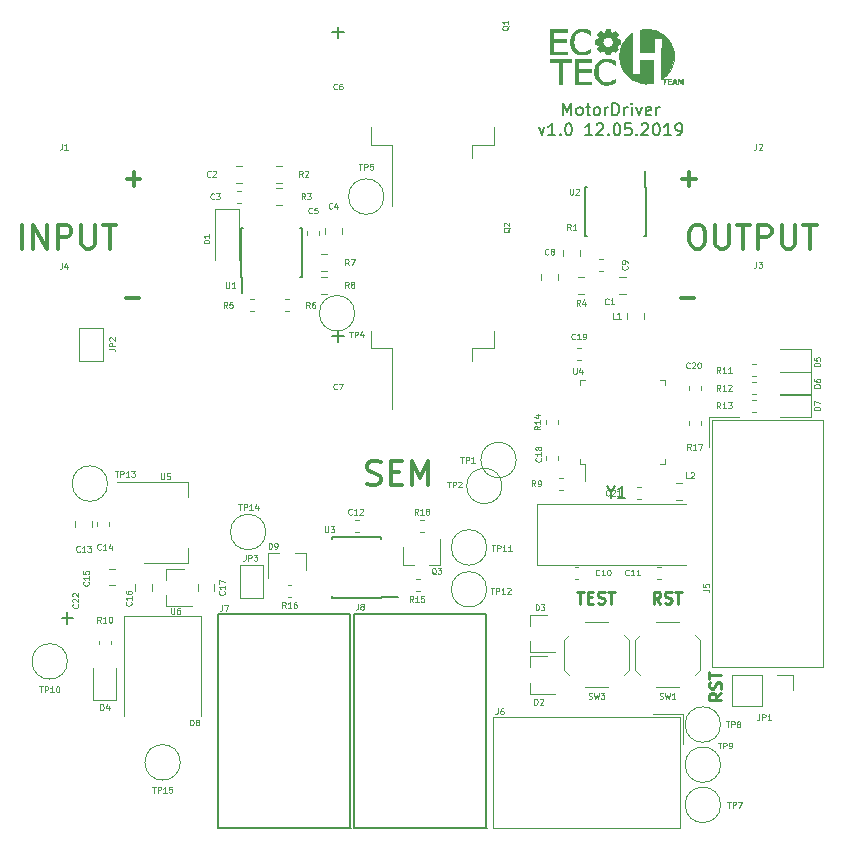
<source format=gto>
G04 #@! TF.GenerationSoftware,KiCad,Pcbnew,(5.0.2)-1*
G04 #@! TF.CreationDate,2019-05-12T17:51:48+02:00*
G04 #@! TF.ProjectId,MotorDriver,4d6f746f-7244-4726-9976-65722e6b6963,rev?*
G04 #@! TF.SameCoordinates,Original*
G04 #@! TF.FileFunction,Legend,Top*
G04 #@! TF.FilePolarity,Positive*
%FSLAX46Y46*%
G04 Gerber Fmt 4.6, Leading zero omitted, Abs format (unit mm)*
G04 Created by KiCad (PCBNEW (5.0.2)-1) date 12.05.2019 17:51:48*
%MOMM*%
%LPD*%
G01*
G04 APERTURE LIST*
%ADD10C,0.200000*%
%ADD11C,0.250000*%
%ADD12C,0.300000*%
%ADD13C,0.120000*%
%ADD14C,0.010000*%
%ADD15C,0.150000*%
%ADD16C,0.100000*%
G04 APERTURE END LIST*
D10*
X148000000Y-80102380D02*
X148000000Y-79102380D01*
X148333333Y-79816666D01*
X148666666Y-79102380D01*
X148666666Y-80102380D01*
X149285714Y-80102380D02*
X149190476Y-80054761D01*
X149142857Y-80007142D01*
X149095238Y-79911904D01*
X149095238Y-79626190D01*
X149142857Y-79530952D01*
X149190476Y-79483333D01*
X149285714Y-79435714D01*
X149428571Y-79435714D01*
X149523809Y-79483333D01*
X149571428Y-79530952D01*
X149619047Y-79626190D01*
X149619047Y-79911904D01*
X149571428Y-80007142D01*
X149523809Y-80054761D01*
X149428571Y-80102380D01*
X149285714Y-80102380D01*
X149904761Y-79435714D02*
X150285714Y-79435714D01*
X150047619Y-79102380D02*
X150047619Y-79959523D01*
X150095238Y-80054761D01*
X150190476Y-80102380D01*
X150285714Y-80102380D01*
X150761904Y-80102380D02*
X150666666Y-80054761D01*
X150619047Y-80007142D01*
X150571428Y-79911904D01*
X150571428Y-79626190D01*
X150619047Y-79530952D01*
X150666666Y-79483333D01*
X150761904Y-79435714D01*
X150904761Y-79435714D01*
X151000000Y-79483333D01*
X151047619Y-79530952D01*
X151095238Y-79626190D01*
X151095238Y-79911904D01*
X151047619Y-80007142D01*
X151000000Y-80054761D01*
X150904761Y-80102380D01*
X150761904Y-80102380D01*
X151523809Y-80102380D02*
X151523809Y-79435714D01*
X151523809Y-79626190D02*
X151571428Y-79530952D01*
X151619047Y-79483333D01*
X151714285Y-79435714D01*
X151809523Y-79435714D01*
X152142857Y-80102380D02*
X152142857Y-79102380D01*
X152380952Y-79102380D01*
X152523809Y-79150000D01*
X152619047Y-79245238D01*
X152666666Y-79340476D01*
X152714285Y-79530952D01*
X152714285Y-79673809D01*
X152666666Y-79864285D01*
X152619047Y-79959523D01*
X152523809Y-80054761D01*
X152380952Y-80102380D01*
X152142857Y-80102380D01*
X153142857Y-80102380D02*
X153142857Y-79435714D01*
X153142857Y-79626190D02*
X153190476Y-79530952D01*
X153238095Y-79483333D01*
X153333333Y-79435714D01*
X153428571Y-79435714D01*
X153761904Y-80102380D02*
X153761904Y-79435714D01*
X153761904Y-79102380D02*
X153714285Y-79150000D01*
X153761904Y-79197619D01*
X153809523Y-79150000D01*
X153761904Y-79102380D01*
X153761904Y-79197619D01*
X154142857Y-79435714D02*
X154380952Y-80102380D01*
X154619047Y-79435714D01*
X155380952Y-80054761D02*
X155285714Y-80102380D01*
X155095238Y-80102380D01*
X155000000Y-80054761D01*
X154952380Y-79959523D01*
X154952380Y-79578571D01*
X155000000Y-79483333D01*
X155095238Y-79435714D01*
X155285714Y-79435714D01*
X155380952Y-79483333D01*
X155428571Y-79578571D01*
X155428571Y-79673809D01*
X154952380Y-79769047D01*
X155857142Y-80102380D02*
X155857142Y-79435714D01*
X155857142Y-79626190D02*
X155904761Y-79530952D01*
X155952380Y-79483333D01*
X156047619Y-79435714D01*
X156142857Y-79435714D01*
X145904761Y-81135714D02*
X146142857Y-81802380D01*
X146380952Y-81135714D01*
X147285714Y-81802380D02*
X146714285Y-81802380D01*
X147000000Y-81802380D02*
X147000000Y-80802380D01*
X146904761Y-80945238D01*
X146809523Y-81040476D01*
X146714285Y-81088095D01*
X147714285Y-81707142D02*
X147761904Y-81754761D01*
X147714285Y-81802380D01*
X147666666Y-81754761D01*
X147714285Y-81707142D01*
X147714285Y-81802380D01*
X148380952Y-80802380D02*
X148476190Y-80802380D01*
X148571428Y-80850000D01*
X148619047Y-80897619D01*
X148666666Y-80992857D01*
X148714285Y-81183333D01*
X148714285Y-81421428D01*
X148666666Y-81611904D01*
X148619047Y-81707142D01*
X148571428Y-81754761D01*
X148476190Y-81802380D01*
X148380952Y-81802380D01*
X148285714Y-81754761D01*
X148238095Y-81707142D01*
X148190476Y-81611904D01*
X148142857Y-81421428D01*
X148142857Y-81183333D01*
X148190476Y-80992857D01*
X148238095Y-80897619D01*
X148285714Y-80850000D01*
X148380952Y-80802380D01*
X150428571Y-81802380D02*
X149857142Y-81802380D01*
X150142857Y-81802380D02*
X150142857Y-80802380D01*
X150047619Y-80945238D01*
X149952380Y-81040476D01*
X149857142Y-81088095D01*
X150809523Y-80897619D02*
X150857142Y-80850000D01*
X150952380Y-80802380D01*
X151190476Y-80802380D01*
X151285714Y-80850000D01*
X151333333Y-80897619D01*
X151380952Y-80992857D01*
X151380952Y-81088095D01*
X151333333Y-81230952D01*
X150761904Y-81802380D01*
X151380952Y-81802380D01*
X151809523Y-81707142D02*
X151857142Y-81754761D01*
X151809523Y-81802380D01*
X151761904Y-81754761D01*
X151809523Y-81707142D01*
X151809523Y-81802380D01*
X152476190Y-80802380D02*
X152571428Y-80802380D01*
X152666666Y-80850000D01*
X152714285Y-80897619D01*
X152761904Y-80992857D01*
X152809523Y-81183333D01*
X152809523Y-81421428D01*
X152761904Y-81611904D01*
X152714285Y-81707142D01*
X152666666Y-81754761D01*
X152571428Y-81802380D01*
X152476190Y-81802380D01*
X152380952Y-81754761D01*
X152333333Y-81707142D01*
X152285714Y-81611904D01*
X152238095Y-81421428D01*
X152238095Y-81183333D01*
X152285714Y-80992857D01*
X152333333Y-80897619D01*
X152380952Y-80850000D01*
X152476190Y-80802380D01*
X153714285Y-80802380D02*
X153238095Y-80802380D01*
X153190476Y-81278571D01*
X153238095Y-81230952D01*
X153333333Y-81183333D01*
X153571428Y-81183333D01*
X153666666Y-81230952D01*
X153714285Y-81278571D01*
X153761904Y-81373809D01*
X153761904Y-81611904D01*
X153714285Y-81707142D01*
X153666666Y-81754761D01*
X153571428Y-81802380D01*
X153333333Y-81802380D01*
X153238095Y-81754761D01*
X153190476Y-81707142D01*
X154190476Y-81707142D02*
X154238095Y-81754761D01*
X154190476Y-81802380D01*
X154142857Y-81754761D01*
X154190476Y-81707142D01*
X154190476Y-81802380D01*
X154619047Y-80897619D02*
X154666666Y-80850000D01*
X154761904Y-80802380D01*
X155000000Y-80802380D01*
X155095238Y-80850000D01*
X155142857Y-80897619D01*
X155190476Y-80992857D01*
X155190476Y-81088095D01*
X155142857Y-81230952D01*
X154571428Y-81802380D01*
X155190476Y-81802380D01*
X155809523Y-80802380D02*
X155904761Y-80802380D01*
X156000000Y-80850000D01*
X156047619Y-80897619D01*
X156095238Y-80992857D01*
X156142857Y-81183333D01*
X156142857Y-81421428D01*
X156095238Y-81611904D01*
X156047619Y-81707142D01*
X156000000Y-81754761D01*
X155904761Y-81802380D01*
X155809523Y-81802380D01*
X155714285Y-81754761D01*
X155666666Y-81707142D01*
X155619047Y-81611904D01*
X155571428Y-81421428D01*
X155571428Y-81183333D01*
X155619047Y-80992857D01*
X155666666Y-80897619D01*
X155714285Y-80850000D01*
X155809523Y-80802380D01*
X157095238Y-81802380D02*
X156523809Y-81802380D01*
X156809523Y-81802380D02*
X156809523Y-80802380D01*
X156714285Y-80945238D01*
X156619047Y-81040476D01*
X156523809Y-81088095D01*
X157571428Y-81802380D02*
X157761904Y-81802380D01*
X157857142Y-81754761D01*
X157904761Y-81707142D01*
X158000000Y-81564285D01*
X158047619Y-81373809D01*
X158047619Y-80992857D01*
X158000000Y-80897619D01*
X157952380Y-80850000D01*
X157857142Y-80802380D01*
X157666666Y-80802380D01*
X157571428Y-80850000D01*
X157523809Y-80897619D01*
X157476190Y-80992857D01*
X157476190Y-81230952D01*
X157523809Y-81326190D01*
X157571428Y-81373809D01*
X157666666Y-81421428D01*
X157857142Y-81421428D01*
X157952380Y-81373809D01*
X158000000Y-81326190D01*
X158047619Y-81230952D01*
D11*
X149154761Y-120452380D02*
X149726190Y-120452380D01*
X149440476Y-121452380D02*
X149440476Y-120452380D01*
X150059523Y-120928571D02*
X150392857Y-120928571D01*
X150535714Y-121452380D02*
X150059523Y-121452380D01*
X150059523Y-120452380D01*
X150535714Y-120452380D01*
X150916666Y-121404761D02*
X151059523Y-121452380D01*
X151297619Y-121452380D01*
X151392857Y-121404761D01*
X151440476Y-121357142D01*
X151488095Y-121261904D01*
X151488095Y-121166666D01*
X151440476Y-121071428D01*
X151392857Y-121023809D01*
X151297619Y-120976190D01*
X151107142Y-120928571D01*
X151011904Y-120880952D01*
X150964285Y-120833333D01*
X150916666Y-120738095D01*
X150916666Y-120642857D01*
X150964285Y-120547619D01*
X151011904Y-120500000D01*
X151107142Y-120452380D01*
X151345238Y-120452380D01*
X151488095Y-120500000D01*
X151773809Y-120452380D02*
X152345238Y-120452380D01*
X152059523Y-121452380D02*
X152059523Y-120452380D01*
X156202380Y-121452380D02*
X155869047Y-120976190D01*
X155630952Y-121452380D02*
X155630952Y-120452380D01*
X156011904Y-120452380D01*
X156107142Y-120500000D01*
X156154761Y-120547619D01*
X156202380Y-120642857D01*
X156202380Y-120785714D01*
X156154761Y-120880952D01*
X156107142Y-120928571D01*
X156011904Y-120976190D01*
X155630952Y-120976190D01*
X156583333Y-121404761D02*
X156726190Y-121452380D01*
X156964285Y-121452380D01*
X157059523Y-121404761D01*
X157107142Y-121357142D01*
X157154761Y-121261904D01*
X157154761Y-121166666D01*
X157107142Y-121071428D01*
X157059523Y-121023809D01*
X156964285Y-120976190D01*
X156773809Y-120928571D01*
X156678571Y-120880952D01*
X156630952Y-120833333D01*
X156583333Y-120738095D01*
X156583333Y-120642857D01*
X156630952Y-120547619D01*
X156678571Y-120500000D01*
X156773809Y-120452380D01*
X157011904Y-120452380D01*
X157154761Y-120500000D01*
X157440476Y-120452380D02*
X158011904Y-120452380D01*
X157726190Y-121452380D02*
X157726190Y-120452380D01*
X161352380Y-129047619D02*
X160876190Y-129380952D01*
X161352380Y-129619047D02*
X160352380Y-129619047D01*
X160352380Y-129238095D01*
X160400000Y-129142857D01*
X160447619Y-129095238D01*
X160542857Y-129047619D01*
X160685714Y-129047619D01*
X160780952Y-129095238D01*
X160828571Y-129142857D01*
X160876190Y-129238095D01*
X160876190Y-129619047D01*
X161304761Y-128666666D02*
X161352380Y-128523809D01*
X161352380Y-128285714D01*
X161304761Y-128190476D01*
X161257142Y-128142857D01*
X161161904Y-128095238D01*
X161066666Y-128095238D01*
X160971428Y-128142857D01*
X160923809Y-128190476D01*
X160876190Y-128285714D01*
X160828571Y-128476190D01*
X160780952Y-128571428D01*
X160733333Y-128619047D01*
X160638095Y-128666666D01*
X160542857Y-128666666D01*
X160447619Y-128619047D01*
X160400000Y-128571428D01*
X160352380Y-128476190D01*
X160352380Y-128238095D01*
X160400000Y-128095238D01*
X160352380Y-127809523D02*
X160352380Y-127238095D01*
X161352380Y-127523809D02*
X160352380Y-127523809D01*
D12*
X157928571Y-95607142D02*
X159071428Y-95607142D01*
X158607142Y-86071428D02*
X158607142Y-84928571D01*
X159178571Y-85500000D02*
X158035714Y-85500000D01*
X159140476Y-89404761D02*
X159521428Y-89404761D01*
X159711904Y-89500000D01*
X159902380Y-89690476D01*
X159997619Y-90071428D01*
X159997619Y-90738095D01*
X159902380Y-91119047D01*
X159711904Y-91309523D01*
X159521428Y-91404761D01*
X159140476Y-91404761D01*
X158950000Y-91309523D01*
X158759523Y-91119047D01*
X158664285Y-90738095D01*
X158664285Y-90071428D01*
X158759523Y-89690476D01*
X158950000Y-89500000D01*
X159140476Y-89404761D01*
X160854761Y-89404761D02*
X160854761Y-91023809D01*
X160950000Y-91214285D01*
X161045238Y-91309523D01*
X161235714Y-91404761D01*
X161616666Y-91404761D01*
X161807142Y-91309523D01*
X161902380Y-91214285D01*
X161997619Y-91023809D01*
X161997619Y-89404761D01*
X162664285Y-89404761D02*
X163807142Y-89404761D01*
X163235714Y-91404761D02*
X163235714Y-89404761D01*
X164473809Y-91404761D02*
X164473809Y-89404761D01*
X165235714Y-89404761D01*
X165426190Y-89500000D01*
X165521428Y-89595238D01*
X165616666Y-89785714D01*
X165616666Y-90071428D01*
X165521428Y-90261904D01*
X165426190Y-90357142D01*
X165235714Y-90452380D01*
X164473809Y-90452380D01*
X166473809Y-89404761D02*
X166473809Y-91023809D01*
X166569047Y-91214285D01*
X166664285Y-91309523D01*
X166854761Y-91404761D01*
X167235714Y-91404761D01*
X167426190Y-91309523D01*
X167521428Y-91214285D01*
X167616666Y-91023809D01*
X167616666Y-89404761D01*
X168283333Y-89404761D02*
X169426190Y-89404761D01*
X168854761Y-91404761D02*
X168854761Y-89404761D01*
X110928571Y-95607142D02*
X112071428Y-95607142D01*
X111607142Y-86071428D02*
X111607142Y-84928571D01*
X112178571Y-85500000D02*
X111035714Y-85500000D01*
X102142857Y-91404761D02*
X102142857Y-89404761D01*
X103095238Y-91404761D02*
X103095238Y-89404761D01*
X104238095Y-91404761D01*
X104238095Y-89404761D01*
X105190476Y-91404761D02*
X105190476Y-89404761D01*
X105952380Y-89404761D01*
X106142857Y-89500000D01*
X106238095Y-89595238D01*
X106333333Y-89785714D01*
X106333333Y-90071428D01*
X106238095Y-90261904D01*
X106142857Y-90357142D01*
X105952380Y-90452380D01*
X105190476Y-90452380D01*
X107190476Y-89404761D02*
X107190476Y-91023809D01*
X107285714Y-91214285D01*
X107380952Y-91309523D01*
X107571428Y-91404761D01*
X107952380Y-91404761D01*
X108142857Y-91309523D01*
X108238095Y-91214285D01*
X108333333Y-91023809D01*
X108333333Y-89404761D01*
X109000000Y-89404761D02*
X110142857Y-89404761D01*
X109571428Y-91404761D02*
X109571428Y-89404761D01*
X131380952Y-111309523D02*
X131666666Y-111404761D01*
X132142857Y-111404761D01*
X132333333Y-111309523D01*
X132428571Y-111214285D01*
X132523809Y-111023809D01*
X132523809Y-110833333D01*
X132428571Y-110642857D01*
X132333333Y-110547619D01*
X132142857Y-110452380D01*
X131761904Y-110357142D01*
X131571428Y-110261904D01*
X131476190Y-110166666D01*
X131380952Y-109976190D01*
X131380952Y-109785714D01*
X131476190Y-109595238D01*
X131571428Y-109500000D01*
X131761904Y-109404761D01*
X132238095Y-109404761D01*
X132523809Y-109500000D01*
X133380952Y-110357142D02*
X134047619Y-110357142D01*
X134333333Y-111404761D02*
X133380952Y-111404761D01*
X133380952Y-109404761D01*
X134333333Y-109404761D01*
X135190476Y-111404761D02*
X135190476Y-109404761D01*
X135857142Y-110833333D01*
X136523809Y-109404761D01*
X136523809Y-111404761D01*
D13*
G04 #@! TO.C,U4*
X156560000Y-109660000D02*
X156560000Y-109240000D01*
X149440000Y-109660000D02*
X149860000Y-109660000D01*
X149860000Y-109660000D02*
X149860000Y-111040000D01*
X149440000Y-102540000D02*
X149440000Y-102960000D01*
X156560000Y-102540000D02*
X156560000Y-102960000D01*
X149440000Y-109660000D02*
X149440000Y-109240000D01*
X156560000Y-109660000D02*
X156140000Y-109660000D01*
X156560000Y-102540000D02*
X156140000Y-102540000D01*
X149440000Y-102540000D02*
X149860000Y-102540000D01*
D14*
G04 #@! TO.C,*
G36*
X151726990Y-75328601D02*
X151843482Y-75339822D01*
X151945562Y-75359344D01*
X151949494Y-75360368D01*
X151995249Y-75373897D01*
X152053356Y-75393166D01*
X152117882Y-75415966D01*
X152182894Y-75440088D01*
X152242458Y-75463322D01*
X152290641Y-75483459D01*
X152321510Y-75498289D01*
X152324329Y-75499949D01*
X152331537Y-75511973D01*
X152335922Y-75539394D01*
X152337725Y-75585368D01*
X152337188Y-75653049D01*
X152336933Y-75664753D01*
X152333350Y-75819554D01*
X152244450Y-75754161D01*
X152133283Y-75682393D01*
X152011827Y-75621376D01*
X151890037Y-75575901D01*
X151851893Y-75565228D01*
X151761736Y-75548657D01*
X151661152Y-75540579D01*
X151559695Y-75541113D01*
X151466917Y-75550379D01*
X151420783Y-75559819D01*
X151301597Y-75603039D01*
X151195561Y-75667046D01*
X151103485Y-75750425D01*
X151026179Y-75851764D01*
X150964453Y-75969647D01*
X150919116Y-76102660D01*
X150890980Y-76249391D01*
X150880852Y-76408424D01*
X150883136Y-76498550D01*
X150901536Y-76661940D01*
X150937535Y-76808788D01*
X150990666Y-76938449D01*
X151060464Y-77050280D01*
X151146464Y-77143640D01*
X151248201Y-77217884D01*
X151365208Y-77272371D01*
X151463400Y-77300030D01*
X151552008Y-77311832D01*
X151653792Y-77314048D01*
X151758548Y-77307018D01*
X151856072Y-77291083D01*
X151876150Y-77286261D01*
X151961945Y-77257444D01*
X152056631Y-77214298D01*
X152151824Y-77161121D01*
X152239145Y-77102211D01*
X152247625Y-77095784D01*
X152339700Y-77025136D01*
X152339700Y-77339339D01*
X152253975Y-77378546D01*
X152158768Y-77420423D01*
X152076765Y-77452385D01*
X151999367Y-77477543D01*
X151927694Y-77496660D01*
X151857362Y-77509870D01*
X151771862Y-77519885D01*
X151679390Y-77526294D01*
X151588141Y-77528682D01*
X151506308Y-77526637D01*
X151448337Y-77520803D01*
X151309413Y-77492111D01*
X151189152Y-77452070D01*
X151082404Y-77398158D01*
X150984016Y-77327858D01*
X150904600Y-77254840D01*
X150821045Y-77162331D01*
X150761421Y-77077767D01*
X150749869Y-77057132D01*
X150693769Y-76927402D01*
X150652377Y-76781774D01*
X150625976Y-76625256D01*
X150614850Y-76462856D01*
X150619283Y-76299582D01*
X150639557Y-76140444D01*
X150675957Y-75990450D01*
X150687493Y-75955303D01*
X150749838Y-75812269D01*
X150831398Y-75685378D01*
X150930935Y-75575713D01*
X151047213Y-75484354D01*
X151178995Y-75412380D01*
X151325046Y-75360873D01*
X151383759Y-75346947D01*
X151487857Y-75331944D01*
X151605357Y-75325902D01*
X151726990Y-75328601D01*
X151726990Y-75328601D01*
G37*
X151726990Y-75328601D02*
X151843482Y-75339822D01*
X151945562Y-75359344D01*
X151949494Y-75360368D01*
X151995249Y-75373897D01*
X152053356Y-75393166D01*
X152117882Y-75415966D01*
X152182894Y-75440088D01*
X152242458Y-75463322D01*
X152290641Y-75483459D01*
X152321510Y-75498289D01*
X152324329Y-75499949D01*
X152331537Y-75511973D01*
X152335922Y-75539394D01*
X152337725Y-75585368D01*
X152337188Y-75653049D01*
X152336933Y-75664753D01*
X152333350Y-75819554D01*
X152244450Y-75754161D01*
X152133283Y-75682393D01*
X152011827Y-75621376D01*
X151890037Y-75575901D01*
X151851893Y-75565228D01*
X151761736Y-75548657D01*
X151661152Y-75540579D01*
X151559695Y-75541113D01*
X151466917Y-75550379D01*
X151420783Y-75559819D01*
X151301597Y-75603039D01*
X151195561Y-75667046D01*
X151103485Y-75750425D01*
X151026179Y-75851764D01*
X150964453Y-75969647D01*
X150919116Y-76102660D01*
X150890980Y-76249391D01*
X150880852Y-76408424D01*
X150883136Y-76498550D01*
X150901536Y-76661940D01*
X150937535Y-76808788D01*
X150990666Y-76938449D01*
X151060464Y-77050280D01*
X151146464Y-77143640D01*
X151248201Y-77217884D01*
X151365208Y-77272371D01*
X151463400Y-77300030D01*
X151552008Y-77311832D01*
X151653792Y-77314048D01*
X151758548Y-77307018D01*
X151856072Y-77291083D01*
X151876150Y-77286261D01*
X151961945Y-77257444D01*
X152056631Y-77214298D01*
X152151824Y-77161121D01*
X152239145Y-77102211D01*
X152247625Y-77095784D01*
X152339700Y-77025136D01*
X152339700Y-77339339D01*
X152253975Y-77378546D01*
X152158768Y-77420423D01*
X152076765Y-77452385D01*
X151999367Y-77477543D01*
X151927694Y-77496660D01*
X151857362Y-77509870D01*
X151771862Y-77519885D01*
X151679390Y-77526294D01*
X151588141Y-77528682D01*
X151506308Y-77526637D01*
X151448337Y-77520803D01*
X151309413Y-77492111D01*
X151189152Y-77452070D01*
X151082404Y-77398158D01*
X150984016Y-77327858D01*
X150904600Y-77254840D01*
X150821045Y-77162331D01*
X150761421Y-77077767D01*
X150749869Y-77057132D01*
X150693769Y-76927402D01*
X150652377Y-76781774D01*
X150625976Y-76625256D01*
X150614850Y-76462856D01*
X150619283Y-76299582D01*
X150639557Y-76140444D01*
X150675957Y-75990450D01*
X150687493Y-75955303D01*
X150749838Y-75812269D01*
X150831398Y-75685378D01*
X150930935Y-75575713D01*
X151047213Y-75484354D01*
X151178995Y-75412380D01*
X151325046Y-75360873D01*
X151383759Y-75346947D01*
X151487857Y-75331944D01*
X151605357Y-75325902D01*
X151726990Y-75328601D01*
G36*
X155144050Y-72803607D02*
X155365489Y-72824304D01*
X155582817Y-72864693D01*
X155791298Y-72924542D01*
X155793101Y-72925162D01*
X155881617Y-72959303D01*
X155982635Y-73004269D01*
X156089009Y-73056394D01*
X156193596Y-73112009D01*
X156289248Y-73167448D01*
X156368823Y-73219041D01*
X156377283Y-73225037D01*
X156528831Y-73344820D01*
X156675568Y-73482033D01*
X156811912Y-73630756D01*
X156932277Y-73785070D01*
X156997299Y-73882350D01*
X157113995Y-74092844D01*
X157207167Y-74310901D01*
X157276924Y-74534777D01*
X157323376Y-74762731D01*
X157346635Y-74993020D01*
X157346810Y-75223903D01*
X157324011Y-75453637D01*
X157278349Y-75680480D01*
X157209933Y-75902691D01*
X157118874Y-76118527D01*
X157005282Y-76326246D01*
X156869267Y-76524106D01*
X156826821Y-76577945D01*
X156753951Y-76662310D01*
X156672044Y-76748144D01*
X156587282Y-76829453D01*
X156505845Y-76900245D01*
X156450026Y-76943292D01*
X156414569Y-76969951D01*
X156389047Y-76991491D01*
X156378915Y-77003303D01*
X156378909Y-77003375D01*
X156390617Y-77006816D01*
X156423174Y-77009703D01*
X156472028Y-77011790D01*
X156532632Y-77012829D01*
X156553983Y-77012900D01*
X156625207Y-77013287D01*
X156674697Y-77014716D01*
X156706111Y-77017581D01*
X156723108Y-77022280D01*
X156729345Y-77029209D01*
X156729666Y-77031950D01*
X156724336Y-77042423D01*
X156705215Y-77048354D01*
X156667603Y-77050777D01*
X156643176Y-77051000D01*
X156556686Y-77051000D01*
X156553218Y-77276261D01*
X156551667Y-77358406D01*
X156549695Y-77418494D01*
X156546963Y-77459867D01*
X156543134Y-77485870D01*
X156537869Y-77499844D01*
X156530831Y-77505132D01*
X156530080Y-77505300D01*
X156507502Y-77503725D01*
X156501505Y-77500172D01*
X156498597Y-77485139D01*
X156496087Y-77449014D01*
X156494142Y-77396103D01*
X156492929Y-77330715D01*
X156492600Y-77271133D01*
X156492600Y-77051000D01*
X156285200Y-77051000D01*
X156293514Y-75323800D01*
X156301828Y-73596599D01*
X155965414Y-73596600D01*
X155629000Y-73596600D01*
X155626037Y-74107775D01*
X155625375Y-74223117D01*
X155624755Y-74333710D01*
X155624192Y-74436239D01*
X155623706Y-74527392D01*
X155623312Y-74603855D01*
X155623030Y-74662316D01*
X155622877Y-74699462D01*
X155622862Y-74704696D01*
X155622650Y-74790443D01*
X155035275Y-74790421D01*
X154447900Y-74790400D01*
X154447900Y-72875715D01*
X154502424Y-72861986D01*
X154707781Y-72822216D01*
X154923235Y-72802833D01*
X155144050Y-72803607D01*
X155144050Y-72803607D01*
G37*
X155144050Y-72803607D02*
X155365489Y-72824304D01*
X155582817Y-72864693D01*
X155791298Y-72924542D01*
X155793101Y-72925162D01*
X155881617Y-72959303D01*
X155982635Y-73004269D01*
X156089009Y-73056394D01*
X156193596Y-73112009D01*
X156289248Y-73167448D01*
X156368823Y-73219041D01*
X156377283Y-73225037D01*
X156528831Y-73344820D01*
X156675568Y-73482033D01*
X156811912Y-73630756D01*
X156932277Y-73785070D01*
X156997299Y-73882350D01*
X157113995Y-74092844D01*
X157207167Y-74310901D01*
X157276924Y-74534777D01*
X157323376Y-74762731D01*
X157346635Y-74993020D01*
X157346810Y-75223903D01*
X157324011Y-75453637D01*
X157278349Y-75680480D01*
X157209933Y-75902691D01*
X157118874Y-76118527D01*
X157005282Y-76326246D01*
X156869267Y-76524106D01*
X156826821Y-76577945D01*
X156753951Y-76662310D01*
X156672044Y-76748144D01*
X156587282Y-76829453D01*
X156505845Y-76900245D01*
X156450026Y-76943292D01*
X156414569Y-76969951D01*
X156389047Y-76991491D01*
X156378915Y-77003303D01*
X156378909Y-77003375D01*
X156390617Y-77006816D01*
X156423174Y-77009703D01*
X156472028Y-77011790D01*
X156532632Y-77012829D01*
X156553983Y-77012900D01*
X156625207Y-77013287D01*
X156674697Y-77014716D01*
X156706111Y-77017581D01*
X156723108Y-77022280D01*
X156729345Y-77029209D01*
X156729666Y-77031950D01*
X156724336Y-77042423D01*
X156705215Y-77048354D01*
X156667603Y-77050777D01*
X156643176Y-77051000D01*
X156556686Y-77051000D01*
X156553218Y-77276261D01*
X156551667Y-77358406D01*
X156549695Y-77418494D01*
X156546963Y-77459867D01*
X156543134Y-77485870D01*
X156537869Y-77499844D01*
X156530831Y-77505132D01*
X156530080Y-77505300D01*
X156507502Y-77503725D01*
X156501505Y-77500172D01*
X156498597Y-77485139D01*
X156496087Y-77449014D01*
X156494142Y-77396103D01*
X156492929Y-77330715D01*
X156492600Y-77271133D01*
X156492600Y-77051000D01*
X156285200Y-77051000D01*
X156293514Y-75323800D01*
X156301828Y-73596599D01*
X155965414Y-73596600D01*
X155629000Y-73596600D01*
X155626037Y-74107775D01*
X155625375Y-74223117D01*
X155624755Y-74333710D01*
X155624192Y-74436239D01*
X155623706Y-74527392D01*
X155623312Y-74603855D01*
X155623030Y-74662316D01*
X155622877Y-74699462D01*
X155622862Y-74704696D01*
X155622650Y-74790443D01*
X155035275Y-74790421D01*
X154447900Y-74790400D01*
X154447900Y-72875715D01*
X154502424Y-72861986D01*
X154707781Y-72822216D01*
X154923235Y-72802833D01*
X155144050Y-72803607D01*
G36*
X157036097Y-77013349D02*
X157081776Y-77015004D01*
X157109706Y-77018322D01*
X157123707Y-77023761D01*
X157127599Y-77031781D01*
X157127600Y-77031950D01*
X157123511Y-77040649D01*
X157108513Y-77046308D01*
X157078505Y-77049513D01*
X157029386Y-77050849D01*
X156994250Y-77051000D01*
X156860900Y-77051000D01*
X156860900Y-77216100D01*
X156987900Y-77216100D01*
X157047122Y-77216729D01*
X157085144Y-77219035D01*
X157106144Y-77223645D01*
X157114298Y-77231185D01*
X157114900Y-77235150D01*
X157110703Y-77244033D01*
X157095327Y-77249736D01*
X157064595Y-77252886D01*
X157014329Y-77254109D01*
X156987900Y-77254200D01*
X156860900Y-77254200D01*
X156860900Y-77457400D01*
X156995181Y-77457400D01*
X157055003Y-77457778D01*
X157093679Y-77459396D01*
X157115459Y-77462981D01*
X157124591Y-77469260D01*
X157125324Y-77478957D01*
X157125201Y-77479625D01*
X157120631Y-77489100D01*
X157108408Y-77495698D01*
X157084353Y-77500092D01*
X157044288Y-77502958D01*
X156984036Y-77504971D01*
X156965520Y-77505415D01*
X156810100Y-77508981D01*
X156810100Y-77012900D01*
X156968850Y-77012900D01*
X157036097Y-77013349D01*
X157036097Y-77013349D01*
G37*
X157036097Y-77013349D02*
X157081776Y-77015004D01*
X157109706Y-77018322D01*
X157123707Y-77023761D01*
X157127599Y-77031781D01*
X157127600Y-77031950D01*
X157123511Y-77040649D01*
X157108513Y-77046308D01*
X157078505Y-77049513D01*
X157029386Y-77050849D01*
X156994250Y-77051000D01*
X156860900Y-77051000D01*
X156860900Y-77216100D01*
X156987900Y-77216100D01*
X157047122Y-77216729D01*
X157085144Y-77219035D01*
X157106144Y-77223645D01*
X157114298Y-77231185D01*
X157114900Y-77235150D01*
X157110703Y-77244033D01*
X157095327Y-77249736D01*
X157064595Y-77252886D01*
X157014329Y-77254109D01*
X156987900Y-77254200D01*
X156860900Y-77254200D01*
X156860900Y-77457400D01*
X156995181Y-77457400D01*
X157055003Y-77457778D01*
X157093679Y-77459396D01*
X157115459Y-77462981D01*
X157124591Y-77469260D01*
X157125324Y-77478957D01*
X157125201Y-77479625D01*
X157120631Y-77489100D01*
X157108408Y-77495698D01*
X157084353Y-77500092D01*
X157044288Y-77502958D01*
X156984036Y-77504971D01*
X156965520Y-77505415D01*
X156810100Y-77508981D01*
X156810100Y-77012900D01*
X156968850Y-77012900D01*
X157036097Y-77013349D01*
G36*
X157515170Y-77249673D02*
X157542455Y-77322831D01*
X157566765Y-77387916D01*
X157586688Y-77441155D01*
X157600812Y-77478776D01*
X157607726Y-77497007D01*
X157608083Y-77497907D01*
X157600792Y-77505747D01*
X157582604Y-77508200D01*
X157564205Y-77504140D01*
X157549455Y-77488409D01*
X157534268Y-77455674D01*
X157526633Y-77435175D01*
X157500375Y-77362150D01*
X157276420Y-77362150D01*
X157250347Y-77435175D01*
X157231505Y-77480254D01*
X157214346Y-77503373D01*
X157201337Y-77508200D01*
X157182464Y-77500989D01*
X157179106Y-77492325D01*
X157183609Y-77475934D01*
X157195723Y-77439761D01*
X157214049Y-77387772D01*
X157237188Y-77323934D01*
X157243573Y-77306684D01*
X157296783Y-77306684D01*
X157304731Y-77313349D01*
X157327308Y-77316621D01*
X157369133Y-77317654D01*
X157387950Y-77317700D01*
X157437144Y-77317153D01*
X157465569Y-77314744D01*
X157477845Y-77309322D01*
X157478592Y-77299734D01*
X157477102Y-77295475D01*
X157468886Y-77273825D01*
X157454595Y-77235297D01*
X157436817Y-77186887D01*
X157429849Y-77167802D01*
X157412383Y-77121517D01*
X157398057Y-77086572D01*
X157389024Y-77068089D01*
X157387235Y-77066530D01*
X157381207Y-77079536D01*
X157368739Y-77110609D01*
X157352129Y-77153964D01*
X157345386Y-77171978D01*
X157326966Y-77221310D01*
X157311133Y-77263387D01*
X157300593Y-77291022D01*
X157298847Y-77295475D01*
X157296783Y-77306684D01*
X157243573Y-77306684D01*
X157263739Y-77252212D01*
X157265371Y-77247850D01*
X157295106Y-77168780D01*
X157317733Y-77110347D01*
X157334945Y-77069360D01*
X157348436Y-77042630D01*
X157359898Y-77026966D01*
X157371024Y-77019179D01*
X157383510Y-77016078D01*
X157388711Y-77015490D01*
X157426491Y-77011731D01*
X157515170Y-77249673D01*
X157515170Y-77249673D01*
G37*
X157515170Y-77249673D02*
X157542455Y-77322831D01*
X157566765Y-77387916D01*
X157586688Y-77441155D01*
X157600812Y-77478776D01*
X157607726Y-77497007D01*
X157608083Y-77497907D01*
X157600792Y-77505747D01*
X157582604Y-77508200D01*
X157564205Y-77504140D01*
X157549455Y-77488409D01*
X157534268Y-77455674D01*
X157526633Y-77435175D01*
X157500375Y-77362150D01*
X157276420Y-77362150D01*
X157250347Y-77435175D01*
X157231505Y-77480254D01*
X157214346Y-77503373D01*
X157201337Y-77508200D01*
X157182464Y-77500989D01*
X157179106Y-77492325D01*
X157183609Y-77475934D01*
X157195723Y-77439761D01*
X157214049Y-77387772D01*
X157237188Y-77323934D01*
X157243573Y-77306684D01*
X157296783Y-77306684D01*
X157304731Y-77313349D01*
X157327308Y-77316621D01*
X157369133Y-77317654D01*
X157387950Y-77317700D01*
X157437144Y-77317153D01*
X157465569Y-77314744D01*
X157477845Y-77309322D01*
X157478592Y-77299734D01*
X157477102Y-77295475D01*
X157468886Y-77273825D01*
X157454595Y-77235297D01*
X157436817Y-77186887D01*
X157429849Y-77167802D01*
X157412383Y-77121517D01*
X157398057Y-77086572D01*
X157389024Y-77068089D01*
X157387235Y-77066530D01*
X157381207Y-77079536D01*
X157368739Y-77110609D01*
X157352129Y-77153964D01*
X157345386Y-77171978D01*
X157326966Y-77221310D01*
X157311133Y-77263387D01*
X157300593Y-77291022D01*
X157298847Y-77295475D01*
X157296783Y-77306684D01*
X157243573Y-77306684D01*
X157263739Y-77252212D01*
X157265371Y-77247850D01*
X157295106Y-77168780D01*
X157317733Y-77110347D01*
X157334945Y-77069360D01*
X157348436Y-77042630D01*
X157359898Y-77026966D01*
X157371024Y-77019179D01*
X157383510Y-77016078D01*
X157388711Y-77015490D01*
X157426491Y-77011731D01*
X157515170Y-77249673D01*
G36*
X157737580Y-77014697D02*
X157751509Y-77022594D01*
X157766374Y-77040346D01*
X157784983Y-77071711D01*
X157810139Y-77120444D01*
X157826100Y-77152600D01*
X157853055Y-77206100D01*
X157876301Y-77250133D01*
X157893447Y-77280313D01*
X157902102Y-77292258D01*
X157902300Y-77292300D01*
X157910369Y-77281589D01*
X157927073Y-77252380D01*
X157950020Y-77209055D01*
X157976820Y-77155999D01*
X157978500Y-77152600D01*
X158007995Y-77093743D01*
X158029536Y-77054138D01*
X158045928Y-77030029D01*
X158059976Y-77017659D01*
X158074485Y-77013273D01*
X158082814Y-77012900D01*
X158118200Y-77012900D01*
X158118200Y-77260550D01*
X158118090Y-77345614D01*
X158117539Y-77408592D01*
X158116210Y-77452795D01*
X158113767Y-77481535D01*
X158109875Y-77498127D01*
X158104198Y-77505881D01*
X158096400Y-77508111D01*
X158093099Y-77508200D01*
X158083976Y-77506937D01*
X158077288Y-77500801D01*
X158072576Y-77486272D01*
X158069379Y-77459828D01*
X158067237Y-77417948D01*
X158065688Y-77357112D01*
X158064524Y-77289732D01*
X158061050Y-77071264D01*
X157988506Y-77219882D01*
X157960495Y-77275321D01*
X157935423Y-77321367D01*
X157915757Y-77353735D01*
X157903964Y-77368144D01*
X157902884Y-77368500D01*
X157892602Y-77357788D01*
X157873703Y-77328472D01*
X157848702Y-77284779D01*
X157820112Y-77230935D01*
X157814161Y-77219275D01*
X157738517Y-77070050D01*
X157737858Y-77289125D01*
X157737488Y-77368450D01*
X157736649Y-77425897D01*
X157734922Y-77464986D01*
X157731887Y-77489239D01*
X157727127Y-77502177D01*
X157720222Y-77507322D01*
X157711800Y-77508200D01*
X157703076Y-77507181D01*
X157696619Y-77501916D01*
X157692086Y-77489091D01*
X157689139Y-77465390D01*
X157687437Y-77427500D01*
X157686641Y-77372106D01*
X157686410Y-77295895D01*
X157686400Y-77260550D01*
X157686400Y-77012900D01*
X157721785Y-77012900D01*
X157737580Y-77014697D01*
X157737580Y-77014697D01*
G37*
X157737580Y-77014697D02*
X157751509Y-77022594D01*
X157766374Y-77040346D01*
X157784983Y-77071711D01*
X157810139Y-77120444D01*
X157826100Y-77152600D01*
X157853055Y-77206100D01*
X157876301Y-77250133D01*
X157893447Y-77280313D01*
X157902102Y-77292258D01*
X157902300Y-77292300D01*
X157910369Y-77281589D01*
X157927073Y-77252380D01*
X157950020Y-77209055D01*
X157976820Y-77155999D01*
X157978500Y-77152600D01*
X158007995Y-77093743D01*
X158029536Y-77054138D01*
X158045928Y-77030029D01*
X158059976Y-77017659D01*
X158074485Y-77013273D01*
X158082814Y-77012900D01*
X158118200Y-77012900D01*
X158118200Y-77260550D01*
X158118090Y-77345614D01*
X158117539Y-77408592D01*
X158116210Y-77452795D01*
X158113767Y-77481535D01*
X158109875Y-77498127D01*
X158104198Y-77505881D01*
X158096400Y-77508111D01*
X158093099Y-77508200D01*
X158083976Y-77506937D01*
X158077288Y-77500801D01*
X158072576Y-77486272D01*
X158069379Y-77459828D01*
X158067237Y-77417948D01*
X158065688Y-77357112D01*
X158064524Y-77289732D01*
X158061050Y-77071264D01*
X157988506Y-77219882D01*
X157960495Y-77275321D01*
X157935423Y-77321367D01*
X157915757Y-77353735D01*
X157903964Y-77368144D01*
X157902884Y-77368500D01*
X157892602Y-77357788D01*
X157873703Y-77328472D01*
X157848702Y-77284779D01*
X157820112Y-77230935D01*
X157814161Y-77219275D01*
X157738517Y-77070050D01*
X157737858Y-77289125D01*
X157737488Y-77368450D01*
X157736649Y-77425897D01*
X157734922Y-77464986D01*
X157731887Y-77489239D01*
X157727127Y-77502177D01*
X157720222Y-77507322D01*
X157711800Y-77508200D01*
X157703076Y-77507181D01*
X157696619Y-77501916D01*
X157692086Y-77489091D01*
X157689139Y-77465390D01*
X157687437Y-77427500D01*
X157686641Y-77372106D01*
X157686410Y-77295895D01*
X157686400Y-77260550D01*
X157686400Y-77012900D01*
X157721785Y-77012900D01*
X157737580Y-77014697D01*
G36*
X148644000Y-75577800D02*
X147882000Y-75577800D01*
X147882000Y-77495500D01*
X147615300Y-77495500D01*
X147615300Y-75577800D01*
X146859650Y-75577800D01*
X146859650Y-75361900D01*
X148644000Y-75361900D01*
X148644000Y-75577800D01*
X148644000Y-75577800D01*
G37*
X148644000Y-75577800D02*
X147882000Y-75577800D01*
X147882000Y-77495500D01*
X147615300Y-77495500D01*
X147615300Y-75577800D01*
X146859650Y-75577800D01*
X146859650Y-75361900D01*
X148644000Y-75361900D01*
X148644000Y-75577800D01*
G36*
X150333100Y-75577800D02*
X149202800Y-75577800D01*
X149202800Y-76212800D01*
X150307700Y-76212800D01*
X150307700Y-76441400D01*
X149202800Y-76441400D01*
X149202800Y-77266900D01*
X150333100Y-77266900D01*
X150333100Y-77495500D01*
X148948800Y-77495500D01*
X148948800Y-75361900D01*
X150333100Y-75361900D01*
X150333100Y-75577800D01*
X150333100Y-75577800D01*
G37*
X150333100Y-75577800D02*
X149202800Y-75577800D01*
X149202800Y-76212800D01*
X150307700Y-76212800D01*
X150307700Y-76441400D01*
X149202800Y-76441400D01*
X149202800Y-77266900D01*
X150333100Y-77266900D01*
X150333100Y-77495500D01*
X148948800Y-77495500D01*
X148948800Y-75361900D01*
X150333100Y-75361900D01*
X150333100Y-75577800D01*
G36*
X153771670Y-74902717D02*
X153774890Y-76631900D01*
X154447900Y-76631900D01*
X154447900Y-75463500D01*
X155616300Y-75463500D01*
X155616300Y-77353764D01*
X155530575Y-77372983D01*
X155399054Y-77397051D01*
X155254127Y-77414274D01*
X155105323Y-77424001D01*
X154962171Y-77425581D01*
X154847950Y-77419669D01*
X154602608Y-77385531D01*
X154367144Y-77328070D01*
X154142073Y-77247533D01*
X153927907Y-77144165D01*
X153725160Y-77018210D01*
X153534345Y-76869915D01*
X153368400Y-76712535D01*
X153237635Y-76566110D01*
X153125647Y-76416863D01*
X153026425Y-76256422D01*
X152982458Y-76174700D01*
X152882015Y-75953198D01*
X152805996Y-75726519D01*
X152754311Y-75496135D01*
X152726870Y-75263518D01*
X152723582Y-75030141D01*
X152744358Y-74797477D01*
X152789108Y-74566998D01*
X152857742Y-74340177D01*
X152950169Y-74118486D01*
X153066299Y-73903399D01*
X153127168Y-73807808D01*
X153197617Y-73711718D01*
X153284067Y-73608512D01*
X153380777Y-73504205D01*
X153482007Y-73404812D01*
X153582014Y-73316348D01*
X153640768Y-73269716D01*
X153768450Y-73173535D01*
X153771670Y-74902717D01*
X153771670Y-74902717D01*
G37*
X153771670Y-74902717D02*
X153774890Y-76631900D01*
X154447900Y-76631900D01*
X154447900Y-75463500D01*
X155616300Y-75463500D01*
X155616300Y-77353764D01*
X155530575Y-77372983D01*
X155399054Y-77397051D01*
X155254127Y-77414274D01*
X155105323Y-77424001D01*
X154962171Y-77425581D01*
X154847950Y-77419669D01*
X154602608Y-77385531D01*
X154367144Y-77328070D01*
X154142073Y-77247533D01*
X153927907Y-77144165D01*
X153725160Y-77018210D01*
X153534345Y-76869915D01*
X153368400Y-76712535D01*
X153237635Y-76566110D01*
X153125647Y-76416863D01*
X153026425Y-76256422D01*
X152982458Y-76174700D01*
X152882015Y-75953198D01*
X152805996Y-75726519D01*
X152754311Y-75496135D01*
X152726870Y-75263518D01*
X152723582Y-75030141D01*
X152744358Y-74797477D01*
X152789108Y-74566998D01*
X152857742Y-74340177D01*
X152950169Y-74118486D01*
X153066299Y-73903399D01*
X153127168Y-73807808D01*
X153197617Y-73711718D01*
X153284067Y-73608512D01*
X153380777Y-73504205D01*
X153482007Y-73404812D01*
X153582014Y-73316348D01*
X153640768Y-73269716D01*
X153768450Y-73173535D01*
X153771670Y-74902717D01*
G36*
X148263000Y-73025100D02*
X147693616Y-73025100D01*
X147575870Y-73025213D01*
X147466115Y-73025539D01*
X147366920Y-73026054D01*
X147280859Y-73026734D01*
X147210500Y-73027554D01*
X147158415Y-73028493D01*
X147127175Y-73029526D01*
X147118941Y-73030372D01*
X147117633Y-73043990D01*
X147116725Y-73079537D01*
X147116234Y-73133547D01*
X147116180Y-73202551D01*
X147116580Y-73283083D01*
X147117251Y-73354605D01*
X147120853Y-73673566D01*
X147679231Y-73670008D01*
X148237610Y-73666450D01*
X148237605Y-73777442D01*
X148237600Y-73888435D01*
X147678435Y-73891742D01*
X147119270Y-73895050D01*
X147119270Y-74733250D01*
X148263000Y-74739858D01*
X148263000Y-74968200D01*
X146853300Y-74968200D01*
X146853300Y-72796500D01*
X148263000Y-72796500D01*
X148263000Y-73025100D01*
X148263000Y-73025100D01*
G37*
X148263000Y-73025100D02*
X147693616Y-73025100D01*
X147575870Y-73025213D01*
X147466115Y-73025539D01*
X147366920Y-73026054D01*
X147280859Y-73026734D01*
X147210500Y-73027554D01*
X147158415Y-73028493D01*
X147127175Y-73029526D01*
X147118941Y-73030372D01*
X147117633Y-73043990D01*
X147116725Y-73079537D01*
X147116234Y-73133547D01*
X147116180Y-73202551D01*
X147116580Y-73283083D01*
X147117251Y-73354605D01*
X147120853Y-73673566D01*
X147679231Y-73670008D01*
X148237610Y-73666450D01*
X148237605Y-73777442D01*
X148237600Y-73888435D01*
X147678435Y-73891742D01*
X147119270Y-73895050D01*
X147119270Y-74733250D01*
X148263000Y-74739858D01*
X148263000Y-74968200D01*
X146853300Y-74968200D01*
X146853300Y-72796500D01*
X148263000Y-72796500D01*
X148263000Y-73025100D01*
G36*
X149704734Y-72801471D02*
X149827509Y-72817221D01*
X149948082Y-72845727D01*
X150074268Y-72888693D01*
X150164825Y-72925974D01*
X150282300Y-72977065D01*
X150282300Y-73128082D01*
X150281768Y-73186629D01*
X150280321Y-73234600D01*
X150278178Y-73267067D01*
X150275560Y-73279099D01*
X150275542Y-73279100D01*
X150262896Y-73272270D01*
X150234414Y-73253907D01*
X150194957Y-73227203D01*
X150168559Y-73208870D01*
X150034033Y-73125116D01*
X149901536Y-73064749D01*
X149767176Y-73026456D01*
X149627057Y-73008924D01*
X149571100Y-73007432D01*
X149431595Y-73017721D01*
X149306091Y-73049169D01*
X149194315Y-73101924D01*
X149095994Y-73176136D01*
X149010853Y-73271954D01*
X148968143Y-73336250D01*
X148915482Y-73444713D01*
X148875716Y-73570230D01*
X148849800Y-73707437D01*
X148838689Y-73850969D01*
X148843338Y-73995463D01*
X148846052Y-74022314D01*
X148872242Y-74178384D01*
X148913827Y-74314974D01*
X148971437Y-74433272D01*
X149045703Y-74534463D01*
X149137254Y-74619737D01*
X149179045Y-74649781D01*
X149255738Y-74694957D01*
X149332411Y-74726218D01*
X149415860Y-74745365D01*
X149512881Y-74754197D01*
X149577450Y-74755304D01*
X149718379Y-74747557D01*
X149844548Y-74723755D01*
X149962050Y-74681825D01*
X150076976Y-74619698D01*
X150172513Y-74553034D01*
X150218155Y-74518441D01*
X150249018Y-74498157D01*
X150267984Y-74494230D01*
X150277936Y-74508712D01*
X150281758Y-74543653D01*
X150282333Y-74601103D01*
X150282300Y-74631117D01*
X150282300Y-74779352D01*
X150188171Y-74822842D01*
X150097069Y-74861601D01*
X149999801Y-74897274D01*
X149904581Y-74927161D01*
X149819626Y-74948561D01*
X149787000Y-74954692D01*
X149719470Y-74962086D01*
X149636746Y-74965899D01*
X149547194Y-74966232D01*
X149459181Y-74963186D01*
X149381074Y-74956860D01*
X149329800Y-74949200D01*
X149179633Y-74907117D01*
X149044355Y-74844621D01*
X148924586Y-74762314D01*
X148820946Y-74660797D01*
X148734056Y-74540672D01*
X148664537Y-74402540D01*
X148615631Y-74257000D01*
X148605598Y-74216763D01*
X148598177Y-74178807D01*
X148592985Y-74138244D01*
X148589640Y-74090184D01*
X148587761Y-74029741D01*
X148586966Y-73952025D01*
X148586850Y-73888700D01*
X148588082Y-73771716D01*
X148592467Y-73674754D01*
X148601033Y-73592523D01*
X148614809Y-73519733D01*
X148634824Y-73451093D01*
X148662107Y-73381314D01*
X148697688Y-73305105D01*
X148702114Y-73296181D01*
X148780284Y-73165625D01*
X148874888Y-73054266D01*
X148985362Y-72962429D01*
X149111142Y-72890437D01*
X149251665Y-72838614D01*
X149406364Y-72807284D01*
X149571942Y-72796774D01*
X149704734Y-72801471D01*
X149704734Y-72801471D01*
G37*
X149704734Y-72801471D02*
X149827509Y-72817221D01*
X149948082Y-72845727D01*
X150074268Y-72888693D01*
X150164825Y-72925974D01*
X150282300Y-72977065D01*
X150282300Y-73128082D01*
X150281768Y-73186629D01*
X150280321Y-73234600D01*
X150278178Y-73267067D01*
X150275560Y-73279099D01*
X150275542Y-73279100D01*
X150262896Y-73272270D01*
X150234414Y-73253907D01*
X150194957Y-73227203D01*
X150168559Y-73208870D01*
X150034033Y-73125116D01*
X149901536Y-73064749D01*
X149767176Y-73026456D01*
X149627057Y-73008924D01*
X149571100Y-73007432D01*
X149431595Y-73017721D01*
X149306091Y-73049169D01*
X149194315Y-73101924D01*
X149095994Y-73176136D01*
X149010853Y-73271954D01*
X148968143Y-73336250D01*
X148915482Y-73444713D01*
X148875716Y-73570230D01*
X148849800Y-73707437D01*
X148838689Y-73850969D01*
X148843338Y-73995463D01*
X148846052Y-74022314D01*
X148872242Y-74178384D01*
X148913827Y-74314974D01*
X148971437Y-74433272D01*
X149045703Y-74534463D01*
X149137254Y-74619737D01*
X149179045Y-74649781D01*
X149255738Y-74694957D01*
X149332411Y-74726218D01*
X149415860Y-74745365D01*
X149512881Y-74754197D01*
X149577450Y-74755304D01*
X149718379Y-74747557D01*
X149844548Y-74723755D01*
X149962050Y-74681825D01*
X150076976Y-74619698D01*
X150172513Y-74553034D01*
X150218155Y-74518441D01*
X150249018Y-74498157D01*
X150267984Y-74494230D01*
X150277936Y-74508712D01*
X150281758Y-74543653D01*
X150282333Y-74601103D01*
X150282300Y-74631117D01*
X150282300Y-74779352D01*
X150188171Y-74822842D01*
X150097069Y-74861601D01*
X149999801Y-74897274D01*
X149904581Y-74927161D01*
X149819626Y-74948561D01*
X149787000Y-74954692D01*
X149719470Y-74962086D01*
X149636746Y-74965899D01*
X149547194Y-74966232D01*
X149459181Y-74963186D01*
X149381074Y-74956860D01*
X149329800Y-74949200D01*
X149179633Y-74907117D01*
X149044355Y-74844621D01*
X148924586Y-74762314D01*
X148820946Y-74660797D01*
X148734056Y-74540672D01*
X148664537Y-74402540D01*
X148615631Y-74257000D01*
X148605598Y-74216763D01*
X148598177Y-74178807D01*
X148592985Y-74138244D01*
X148589640Y-74090184D01*
X148587761Y-74029741D01*
X148586966Y-73952025D01*
X148586850Y-73888700D01*
X148588082Y-73771716D01*
X148592467Y-73674754D01*
X148601033Y-73592523D01*
X148614809Y-73519733D01*
X148634824Y-73451093D01*
X148662107Y-73381314D01*
X148697688Y-73305105D01*
X148702114Y-73296181D01*
X148780284Y-73165625D01*
X148874888Y-73054266D01*
X148985362Y-72962429D01*
X149111142Y-72890437D01*
X149251665Y-72838614D01*
X149406364Y-72807284D01*
X149571942Y-72796774D01*
X149704734Y-72801471D01*
G36*
X151609952Y-72807258D02*
X151645381Y-72808268D01*
X151695647Y-72808950D01*
X151755327Y-72809200D01*
X151907554Y-72809200D01*
X151949002Y-72944649D01*
X151990450Y-73080099D01*
X152060197Y-73110948D01*
X152129944Y-73141796D01*
X152266635Y-73074353D01*
X152403326Y-73006909D01*
X152486770Y-73089029D01*
X152527286Y-73129992D01*
X152563494Y-73168536D01*
X152589494Y-73198310D01*
X152595504Y-73206049D01*
X152620793Y-73240949D01*
X152554849Y-73367049D01*
X152488904Y-73493149D01*
X152518108Y-73563610D01*
X152547313Y-73634070D01*
X152684806Y-73679885D01*
X152822300Y-73725700D01*
X152822300Y-74048995D01*
X152548626Y-74131927D01*
X152520814Y-74208293D01*
X152493001Y-74284658D01*
X152557160Y-74412509D01*
X152621318Y-74540359D01*
X152396850Y-74764275D01*
X152268583Y-74698698D01*
X152140316Y-74633122D01*
X152065421Y-74665466D01*
X151990526Y-74697811D01*
X151944372Y-74829830D01*
X151898217Y-74961850D01*
X151582637Y-74968922D01*
X151538893Y-74833048D01*
X151495150Y-74697174D01*
X151420746Y-74665377D01*
X151346343Y-74633580D01*
X151216267Y-74698271D01*
X151086192Y-74762962D01*
X150975293Y-74651547D01*
X150864395Y-74540132D01*
X150994361Y-74281144D01*
X150965355Y-74205861D01*
X150936350Y-74130578D01*
X150669650Y-74046738D01*
X150666104Y-73886342D01*
X150666036Y-73883265D01*
X151302721Y-73883265D01*
X151310056Y-73975471D01*
X151334353Y-74058785D01*
X151337820Y-74066500D01*
X151382110Y-74145607D01*
X151434936Y-74207461D01*
X151488654Y-74250549D01*
X151582357Y-74300877D01*
X151681657Y-74327113D01*
X151783540Y-74329030D01*
X151884990Y-74306402D01*
X151937900Y-74284208D01*
X152025932Y-74228059D01*
X152096231Y-74154406D01*
X152147483Y-74068024D01*
X152165206Y-74025516D01*
X152175448Y-73985551D01*
X152180063Y-73938177D01*
X152180950Y-73888432D01*
X152179837Y-73831053D01*
X152175013Y-73788717D01*
X152164243Y-73751112D01*
X152145297Y-73707924D01*
X152139141Y-73695291D01*
X152085246Y-73609574D01*
X152015253Y-73541125D01*
X151925726Y-73486621D01*
X151920600Y-73484167D01*
X151878773Y-73466627D01*
X151839066Y-73456499D01*
X151791622Y-73451952D01*
X151742800Y-73451099D01*
X151682278Y-73452581D01*
X151636969Y-73458281D01*
X151596789Y-73470080D01*
X151562504Y-73484736D01*
X151480487Y-73535389D01*
X151407652Y-73604299D01*
X151351054Y-73684408D01*
X151338836Y-73708404D01*
X151312323Y-73791224D01*
X151302721Y-73883265D01*
X150666036Y-73883265D01*
X150662558Y-73725947D01*
X150801416Y-73679677D01*
X150940274Y-73633408D01*
X150997726Y-73491854D01*
X150933132Y-73361973D01*
X150868537Y-73232092D01*
X150981952Y-73119202D01*
X151095367Y-73006313D01*
X151225408Y-73074435D01*
X151355450Y-73142557D01*
X151424399Y-73111904D01*
X151493349Y-73081250D01*
X151539766Y-72942050D01*
X151558680Y-72887634D01*
X151575404Y-72843752D01*
X151588069Y-72815036D01*
X151594641Y-72806025D01*
X151609952Y-72807258D01*
X151609952Y-72807258D01*
G37*
X151609952Y-72807258D02*
X151645381Y-72808268D01*
X151695647Y-72808950D01*
X151755327Y-72809200D01*
X151907554Y-72809200D01*
X151949002Y-72944649D01*
X151990450Y-73080099D01*
X152060197Y-73110948D01*
X152129944Y-73141796D01*
X152266635Y-73074353D01*
X152403326Y-73006909D01*
X152486770Y-73089029D01*
X152527286Y-73129992D01*
X152563494Y-73168536D01*
X152589494Y-73198310D01*
X152595504Y-73206049D01*
X152620793Y-73240949D01*
X152554849Y-73367049D01*
X152488904Y-73493149D01*
X152518108Y-73563610D01*
X152547313Y-73634070D01*
X152684806Y-73679885D01*
X152822300Y-73725700D01*
X152822300Y-74048995D01*
X152548626Y-74131927D01*
X152520814Y-74208293D01*
X152493001Y-74284658D01*
X152557160Y-74412509D01*
X152621318Y-74540359D01*
X152396850Y-74764275D01*
X152268583Y-74698698D01*
X152140316Y-74633122D01*
X152065421Y-74665466D01*
X151990526Y-74697811D01*
X151944372Y-74829830D01*
X151898217Y-74961850D01*
X151582637Y-74968922D01*
X151538893Y-74833048D01*
X151495150Y-74697174D01*
X151420746Y-74665377D01*
X151346343Y-74633580D01*
X151216267Y-74698271D01*
X151086192Y-74762962D01*
X150975293Y-74651547D01*
X150864395Y-74540132D01*
X150994361Y-74281144D01*
X150965355Y-74205861D01*
X150936350Y-74130578D01*
X150669650Y-74046738D01*
X150666104Y-73886342D01*
X150666036Y-73883265D01*
X151302721Y-73883265D01*
X151310056Y-73975471D01*
X151334353Y-74058785D01*
X151337820Y-74066500D01*
X151382110Y-74145607D01*
X151434936Y-74207461D01*
X151488654Y-74250549D01*
X151582357Y-74300877D01*
X151681657Y-74327113D01*
X151783540Y-74329030D01*
X151884990Y-74306402D01*
X151937900Y-74284208D01*
X152025932Y-74228059D01*
X152096231Y-74154406D01*
X152147483Y-74068024D01*
X152165206Y-74025516D01*
X152175448Y-73985551D01*
X152180063Y-73938177D01*
X152180950Y-73888432D01*
X152179837Y-73831053D01*
X152175013Y-73788717D01*
X152164243Y-73751112D01*
X152145297Y-73707924D01*
X152139141Y-73695291D01*
X152085246Y-73609574D01*
X152015253Y-73541125D01*
X151925726Y-73486621D01*
X151920600Y-73484167D01*
X151878773Y-73466627D01*
X151839066Y-73456499D01*
X151791622Y-73451952D01*
X151742800Y-73451099D01*
X151682278Y-73452581D01*
X151636969Y-73458281D01*
X151596789Y-73470080D01*
X151562504Y-73484736D01*
X151480487Y-73535389D01*
X151407652Y-73604299D01*
X151351054Y-73684408D01*
X151338836Y-73708404D01*
X151312323Y-73791224D01*
X151302721Y-73883265D01*
X150666036Y-73883265D01*
X150662558Y-73725947D01*
X150801416Y-73679677D01*
X150940274Y-73633408D01*
X150997726Y-73491854D01*
X150933132Y-73361973D01*
X150868537Y-73232092D01*
X150981952Y-73119202D01*
X151095367Y-73006313D01*
X151225408Y-73074435D01*
X151355450Y-73142557D01*
X151424399Y-73111904D01*
X151493349Y-73081250D01*
X151539766Y-72942050D01*
X151558680Y-72887634D01*
X151575404Y-72843752D01*
X151588069Y-72815036D01*
X151594641Y-72806025D01*
X151609952Y-72807258D01*
D15*
G04 #@! TO.C,C22*
X106000000Y-122200000D02*
X106000000Y-123200000D01*
X106500000Y-122700000D02*
X105500000Y-122700000D01*
G04 #@! TO.C,C7*
X128400000Y-98800000D02*
X129400000Y-98800000D01*
X128900000Y-99300000D02*
X128900000Y-98300000D01*
G04 #@! TO.C,C6*
X128400000Y-73100000D02*
X129400000Y-73100000D01*
X128900000Y-73600000D02*
X128900000Y-72600000D01*
G04 #@! TO.C,J7*
X118760000Y-122350000D02*
X118760000Y-140350000D01*
X129960000Y-140350000D02*
X129960000Y-122350000D01*
X129960000Y-122350000D02*
X118760000Y-122350000D01*
X118760000Y-140450000D02*
X129985000Y-140450000D01*
G04 #@! TO.C,J8*
X130260000Y-122350000D02*
X130260000Y-140350000D01*
X141460000Y-140350000D02*
X141460000Y-122350000D01*
X141460000Y-122350000D02*
X130260000Y-122350000D01*
X130260000Y-140450000D02*
X141485000Y-140450000D01*
D13*
G04 #@! TO.C,Y1*
X158400000Y-113050000D02*
X145800000Y-113050000D01*
X145800000Y-113050000D02*
X145800000Y-118150000D01*
X145800000Y-118150000D02*
X158400000Y-118150000D01*
G04 #@! TO.C,J6*
X158100000Y-130845000D02*
X158100000Y-133385000D01*
X158100000Y-130845000D02*
X155560000Y-130845000D01*
X157850000Y-131095000D02*
X157850000Y-140445000D01*
X142070000Y-131095000D02*
X157850000Y-131095000D01*
X142070000Y-140445000D02*
X142070000Y-131095000D01*
X157850000Y-140445000D02*
X142070000Y-140445000D01*
G04 #@! TO.C,TP15*
X115560000Y-134900000D02*
G75*
G03X115560000Y-134900000I-1500000J0D01*
G01*
G04 #@! TO.C,TP8*
X161300000Y-131700000D02*
G75*
G03X161300000Y-131700000I-1500000J0D01*
G01*
G04 #@! TO.C,TP1*
X144000000Y-109300000D02*
G75*
G03X144000000Y-109300000I-1500000J0D01*
G01*
G04 #@! TO.C,TP4*
X130325000Y-96875000D02*
G75*
G03X130325000Y-96875000I-1500000J0D01*
G01*
G04 #@! TO.C,TP7*
X161300000Y-138500000D02*
G75*
G03X161300000Y-138500000I-1500000J0D01*
G01*
G04 #@! TO.C,TP9*
X161300000Y-135100000D02*
G75*
G03X161300000Y-135100000I-1500000J0D01*
G01*
G04 #@! TO.C,TP10*
X106000000Y-126350000D02*
G75*
G03X106000000Y-126350000I-1500000J0D01*
G01*
G04 #@! TO.C,TP11*
X141500000Y-116700000D02*
G75*
G03X141500000Y-116700000I-1500000J0D01*
G01*
G04 #@! TO.C,TP13*
X109400000Y-111300000D02*
G75*
G03X109400000Y-111300000I-1500000J0D01*
G01*
G04 #@! TO.C,TP14*
X122800000Y-115400000D02*
G75*
G03X122800000Y-115400000I-1500000J0D01*
G01*
G04 #@! TO.C,TP12*
X141500000Y-120250000D02*
G75*
G03X141500000Y-120250000I-1500000J0D01*
G01*
G04 #@! TO.C,TP5*
X132800000Y-87000000D02*
G75*
G03X132800000Y-87000000I-1500000J0D01*
G01*
G04 #@! TO.C,TP2*
X142800000Y-111500000D02*
G75*
G03X142800000Y-111500000I-1500000J0D01*
G01*
G04 #@! TO.C,J5*
X169945000Y-105950000D02*
X169945000Y-126810000D01*
X169945000Y-126810000D02*
X160595000Y-126810000D01*
X160595000Y-126810000D02*
X160595000Y-105950000D01*
X160595000Y-105950000D02*
X169945000Y-105950000D01*
X160345000Y-105700000D02*
X160345000Y-108240000D01*
X160345000Y-105700000D02*
X162885000Y-105700000D01*
G04 #@! TO.C,JP2*
X107000000Y-98100000D02*
X109000000Y-98100000D01*
X107000000Y-100900000D02*
X107000000Y-98100000D01*
X109000000Y-100900000D02*
X107000000Y-100900000D01*
X109000000Y-98100000D02*
X109000000Y-100900000D01*
G04 #@! TO.C,R5*
X121437221Y-96710000D02*
X121762779Y-96710000D01*
X121437221Y-95690000D02*
X121762779Y-95690000D01*
G04 #@! TO.C,C10*
X148937221Y-119410000D02*
X149262779Y-119410000D01*
X148937221Y-118390000D02*
X149262779Y-118390000D01*
G04 #@! TO.C,R13*
X164262779Y-104190000D02*
X163937221Y-104190000D01*
X164262779Y-105210000D02*
X163937221Y-105210000D01*
G04 #@! TO.C,C21*
X154562779Y-111590000D02*
X154237221Y-111590000D01*
X154562779Y-112610000D02*
X154237221Y-112610000D01*
G04 #@! TO.C,C1*
X153258578Y-93790000D02*
X152741422Y-93790000D01*
X153258578Y-95210000D02*
X152741422Y-95210000D01*
G04 #@! TO.C,R2*
X124158578Y-84390000D02*
X123641422Y-84390000D01*
X124158578Y-85810000D02*
X123641422Y-85810000D01*
G04 #@! TO.C,SW3*
X148050000Y-127050000D02*
X148050000Y-124550000D01*
X149800000Y-128550000D02*
X151800000Y-128550000D01*
X153550000Y-127050000D02*
X153550000Y-124550000D01*
X149800000Y-123050000D02*
X151800000Y-123050000D01*
X148500000Y-127500000D02*
X148050000Y-127050000D01*
X148500000Y-124100000D02*
X148050000Y-124550000D01*
X153100000Y-124100000D02*
X153550000Y-124550000D01*
X153100000Y-127500000D02*
X153550000Y-127050000D01*
G04 #@! TO.C,SW1*
X154050000Y-127050000D02*
X154050000Y-124550000D01*
X155800000Y-128550000D02*
X157800000Y-128550000D01*
X159550000Y-127050000D02*
X159550000Y-124550000D01*
X155800000Y-123050000D02*
X157800000Y-123050000D01*
X154500000Y-127500000D02*
X154050000Y-127050000D01*
X154500000Y-124100000D02*
X154050000Y-124550000D01*
X159100000Y-124100000D02*
X159550000Y-124550000D01*
X159100000Y-127500000D02*
X159550000Y-127050000D01*
G04 #@! TO.C,C5*
X126290000Y-89937221D02*
X126290000Y-90262779D01*
X127310000Y-89937221D02*
X127310000Y-90262779D01*
G04 #@! TO.C,C3*
X120337221Y-87510000D02*
X120662779Y-87510000D01*
X120337221Y-86490000D02*
X120662779Y-86490000D01*
G04 #@! TO.C,C9*
X151362779Y-92290000D02*
X151037221Y-92290000D01*
X151362779Y-93310000D02*
X151037221Y-93310000D01*
G04 #@! TO.C,C12*
X130662779Y-114390000D02*
X130337221Y-114390000D01*
X130662779Y-115410000D02*
X130337221Y-115410000D01*
G04 #@! TO.C,C14*
X108527500Y-114875279D02*
X108527500Y-114549721D01*
X109547500Y-114875279D02*
X109547500Y-114549721D01*
G04 #@! TO.C,C18*
X147510000Y-109262779D02*
X147510000Y-108937221D01*
X146490000Y-109262779D02*
X146490000Y-108937221D01*
G04 #@! TO.C,C19*
X149137221Y-100810000D02*
X149462779Y-100810000D01*
X149137221Y-99790000D02*
X149462779Y-99790000D01*
G04 #@! TO.C,C20*
X158590000Y-103037221D02*
X158590000Y-103362779D01*
X159610000Y-103037221D02*
X159610000Y-103362779D01*
G04 #@! TO.C,C11*
X156262779Y-118390000D02*
X155937221Y-118390000D01*
X156262779Y-119410000D02*
X155937221Y-119410000D01*
G04 #@! TO.C,C15*
X109996078Y-119910000D02*
X109478922Y-119910000D01*
X109996078Y-118490000D02*
X109478922Y-118490000D01*
G04 #@! TO.C,C8*
X146090000Y-93541422D02*
X146090000Y-94058578D01*
X147510000Y-93541422D02*
X147510000Y-94058578D01*
G04 #@! TO.C,C13*
X106627500Y-114958578D02*
X106627500Y-114441422D01*
X108047500Y-114958578D02*
X108047500Y-114441422D01*
G04 #@! TO.C,C16*
X113147500Y-119841422D02*
X113147500Y-120358578D01*
X111727500Y-119841422D02*
X111727500Y-120358578D01*
G04 #@! TO.C,C17*
X118447500Y-119841422D02*
X118447500Y-120358578D01*
X117027500Y-119841422D02*
X117027500Y-120358578D01*
G04 #@! TO.C,C4*
X127790000Y-89641422D02*
X127790000Y-90158578D01*
X129210000Y-89641422D02*
X129210000Y-90158578D01*
G04 #@! TO.C,C2*
X120241422Y-85810000D02*
X120758578Y-85810000D01*
X120241422Y-84390000D02*
X120758578Y-84390000D01*
G04 #@! TO.C,JP1*
X167430000Y-127470000D02*
X167430000Y-128800000D01*
X166100000Y-127470000D02*
X167430000Y-127470000D01*
X164830000Y-127470000D02*
X164830000Y-130130000D01*
X164830000Y-130130000D02*
X162230000Y-130130000D01*
X164830000Y-127470000D02*
X162230000Y-127470000D01*
X162230000Y-127470000D02*
X162230000Y-130130000D01*
G04 #@! TO.C,D1*
X118500000Y-88050000D02*
X118500000Y-92350000D01*
X120500000Y-88050000D02*
X118500000Y-88050000D01*
X120500000Y-92350000D02*
X120500000Y-88050000D01*
G04 #@! TO.C,D8*
X117310000Y-122550000D02*
X117310000Y-130950000D01*
X110810000Y-122550000D02*
X110810000Y-130950000D01*
X110810000Y-122550000D02*
X117310000Y-122550000D01*
G04 #@! TO.C,L2*
X158058578Y-111290000D02*
X157541422Y-111290000D01*
X158058578Y-112710000D02*
X157541422Y-112710000D01*
G04 #@! TO.C,L1*
X154810000Y-97396078D02*
X154810000Y-96878922D01*
X153390000Y-97396078D02*
X153390000Y-96878922D01*
G04 #@! TO.C,JP3*
X120600000Y-121000000D02*
X120600000Y-118200000D01*
X120600000Y-118200000D02*
X122600000Y-118200000D01*
X122600000Y-118200000D02*
X122600000Y-121000000D01*
X122600000Y-121000000D02*
X120600000Y-121000000D01*
G04 #@! TO.C,D5*
X168985000Y-99940000D02*
X166300000Y-99940000D01*
X168985000Y-101860000D02*
X168985000Y-99940000D01*
X166300000Y-101860000D02*
X168985000Y-101860000D01*
G04 #@! TO.C,D6*
X168985000Y-101840000D02*
X166300000Y-101840000D01*
X168985000Y-103760000D02*
X168985000Y-101840000D01*
X166300000Y-103760000D02*
X168985000Y-103760000D01*
G04 #@! TO.C,D7*
X168985000Y-103740000D02*
X166300000Y-103740000D01*
X168985000Y-105660000D02*
X168985000Y-103740000D01*
X166300000Y-105660000D02*
X168985000Y-105660000D01*
G04 #@! TO.C,D4*
X110120000Y-129635000D02*
X110120000Y-126950000D01*
X108200000Y-129635000D02*
X110120000Y-129635000D01*
X108200000Y-126950000D02*
X108200000Y-129635000D01*
D15*
G04 #@! TO.C,U1*
X120775000Y-93775000D02*
X120775000Y-95175000D01*
X125875000Y-93775000D02*
X125875000Y-89625000D01*
X120725000Y-93775000D02*
X120725000Y-89625000D01*
X125875000Y-93775000D02*
X125730000Y-93775000D01*
X125875000Y-89625000D02*
X125730000Y-89625000D01*
X120725000Y-89625000D02*
X120870000Y-89625000D01*
X120725000Y-93775000D02*
X120775000Y-93775000D01*
G04 #@! TO.C,U2*
X154925000Y-86225000D02*
X154925000Y-84825000D01*
X149825000Y-86225000D02*
X149825000Y-90375000D01*
X154975000Y-86225000D02*
X154975000Y-90375000D01*
X149825000Y-86225000D02*
X149970000Y-86225000D01*
X149825000Y-90375000D02*
X149970000Y-90375000D01*
X154975000Y-90375000D02*
X154830000Y-90375000D01*
X154975000Y-86225000D02*
X154925000Y-86225000D01*
G04 #@! TO.C,U3*
X132575000Y-120925000D02*
X133975000Y-120925000D01*
X132575000Y-115825000D02*
X128425000Y-115825000D01*
X132575000Y-120975000D02*
X128425000Y-120975000D01*
X132575000Y-115825000D02*
X132575000Y-115970000D01*
X128425000Y-115825000D02*
X128425000Y-115970000D01*
X128425000Y-120975000D02*
X128425000Y-120830000D01*
X132575000Y-120975000D02*
X132575000Y-120925000D01*
D13*
G04 #@! TO.C,U5*
X116247500Y-118010000D02*
X116247500Y-116750000D01*
X116247500Y-111190000D02*
X116247500Y-112450000D01*
X112487500Y-118010000D02*
X116247500Y-118010000D01*
X110237500Y-111190000D02*
X116247500Y-111190000D01*
G04 #@! TO.C,Q3*
X134420000Y-118160000D02*
X134420000Y-116700000D01*
X137580000Y-118160000D02*
X137580000Y-116000000D01*
X137580000Y-118160000D02*
X136650000Y-118160000D01*
X134420000Y-118160000D02*
X135350000Y-118160000D01*
G04 #@! TO.C,D3*
X145140000Y-122420000D02*
X146600000Y-122420000D01*
X145140000Y-125580000D02*
X147300000Y-125580000D01*
X145140000Y-125580000D02*
X145140000Y-124650000D01*
X145140000Y-122420000D02*
X145140000Y-123350000D01*
G04 #@! TO.C,U6*
X114377500Y-118520000D02*
X114377500Y-119450000D01*
X114377500Y-121680000D02*
X114377500Y-120750000D01*
X114377500Y-121680000D02*
X116537500Y-121680000D01*
X114377500Y-118520000D02*
X115837500Y-118520000D01*
G04 #@! TO.C,D2*
X145140000Y-125920000D02*
X146600000Y-125920000D01*
X145140000Y-129080000D02*
X147300000Y-129080000D01*
X145140000Y-129080000D02*
X145140000Y-128150000D01*
X145140000Y-125920000D02*
X145140000Y-126850000D01*
G04 #@! TO.C,D9*
X126180000Y-117140000D02*
X126180000Y-118600000D01*
X123020000Y-117140000D02*
X123020000Y-119300000D01*
X123020000Y-117140000D02*
X123950000Y-117140000D01*
X126180000Y-117140000D02*
X125250000Y-117140000D01*
G04 #@! TO.C,Q2*
X140290000Y-99850000D02*
X140290000Y-100950000D01*
X142100000Y-99850000D02*
X140290000Y-99850000D01*
X142100000Y-98350000D02*
X142100000Y-99850000D01*
X133510000Y-99850000D02*
X133510000Y-104975000D01*
X131700000Y-99850000D02*
X133510000Y-99850000D01*
X131700000Y-98350000D02*
X131700000Y-99850000D01*
G04 #@! TO.C,Q1*
X140290000Y-82650000D02*
X140290000Y-83750000D01*
X142100000Y-82650000D02*
X140290000Y-82650000D01*
X142100000Y-81150000D02*
X142100000Y-82650000D01*
X133510000Y-82650000D02*
X133510000Y-87775000D01*
X131700000Y-82650000D02*
X133510000Y-82650000D01*
X131700000Y-81150000D02*
X131700000Y-82650000D01*
G04 #@! TO.C,R15*
X135537221Y-120410000D02*
X135862779Y-120410000D01*
X135537221Y-119390000D02*
X135862779Y-119390000D01*
G04 #@! TO.C,R6*
X124437221Y-96710000D02*
X124762779Y-96710000D01*
X124437221Y-95690000D02*
X124762779Y-95690000D01*
G04 #@! TO.C,R9*
X147950279Y-110790000D02*
X147624721Y-110790000D01*
X147950279Y-111810000D02*
X147624721Y-111810000D01*
G04 #@! TO.C,R10*
X108650000Y-124587221D02*
X108650000Y-124912779D01*
X109670000Y-124587221D02*
X109670000Y-124912779D01*
G04 #@! TO.C,R12*
X164262779Y-102690000D02*
X163937221Y-102690000D01*
X164262779Y-103710000D02*
X163937221Y-103710000D01*
G04 #@! TO.C,R14*
X147510000Y-106262779D02*
X147510000Y-105937221D01*
X146490000Y-106262779D02*
X146490000Y-105937221D01*
G04 #@! TO.C,R16*
X124962779Y-119890000D02*
X124637221Y-119890000D01*
X124962779Y-120910000D02*
X124637221Y-120910000D01*
G04 #@! TO.C,R17*
X158590000Y-106037221D02*
X158590000Y-106362779D01*
X159610000Y-106037221D02*
X159610000Y-106362779D01*
G04 #@! TO.C,R18*
X136162779Y-114390000D02*
X135837221Y-114390000D01*
X136162779Y-115410000D02*
X135837221Y-115410000D01*
G04 #@! TO.C,R11*
X164262779Y-101190000D02*
X163937221Y-101190000D01*
X164262779Y-102210000D02*
X163937221Y-102210000D01*
G04 #@! TO.C,R7*
X127958578Y-91890000D02*
X127441422Y-91890000D01*
X127958578Y-93310000D02*
X127441422Y-93310000D01*
G04 #@! TO.C,R8*
X127958578Y-93790000D02*
X127441422Y-93790000D01*
X127958578Y-95210000D02*
X127441422Y-95210000D01*
G04 #@! TO.C,R4*
X149241422Y-95210000D02*
X149758578Y-95210000D01*
X149241422Y-93790000D02*
X149758578Y-93790000D01*
G04 #@! TO.C,R3*
X124158578Y-86290000D02*
X123641422Y-86290000D01*
X124158578Y-87710000D02*
X123641422Y-87710000D01*
G04 #@! TO.C,R1*
X147990000Y-91541422D02*
X147990000Y-92058578D01*
X149410000Y-91541422D02*
X149410000Y-92058578D01*
G04 #@! TO.C,U4*
D16*
X148819047Y-101526190D02*
X148819047Y-101930952D01*
X148842857Y-101978571D01*
X148866666Y-102002380D01*
X148914285Y-102026190D01*
X149009523Y-102026190D01*
X149057142Y-102002380D01*
X149080952Y-101978571D01*
X149104761Y-101930952D01*
X149104761Y-101526190D01*
X149557142Y-101692857D02*
X149557142Y-102026190D01*
X149438095Y-101502380D02*
X149319047Y-101859523D01*
X149628571Y-101859523D01*
G04 #@! TO.C,C22*
X106878571Y-121521428D02*
X106902380Y-121545238D01*
X106926190Y-121616666D01*
X106926190Y-121664285D01*
X106902380Y-121735714D01*
X106854761Y-121783333D01*
X106807142Y-121807142D01*
X106711904Y-121830952D01*
X106640476Y-121830952D01*
X106545238Y-121807142D01*
X106497619Y-121783333D01*
X106450000Y-121735714D01*
X106426190Y-121664285D01*
X106426190Y-121616666D01*
X106450000Y-121545238D01*
X106473809Y-121521428D01*
X106473809Y-121330952D02*
X106450000Y-121307142D01*
X106426190Y-121259523D01*
X106426190Y-121140476D01*
X106450000Y-121092857D01*
X106473809Y-121069047D01*
X106521428Y-121045238D01*
X106569047Y-121045238D01*
X106640476Y-121069047D01*
X106926190Y-121354761D01*
X106926190Y-121045238D01*
X106473809Y-120854761D02*
X106450000Y-120830952D01*
X106426190Y-120783333D01*
X106426190Y-120664285D01*
X106450000Y-120616666D01*
X106473809Y-120592857D01*
X106521428Y-120569047D01*
X106569047Y-120569047D01*
X106640476Y-120592857D01*
X106926190Y-120878571D01*
X106926190Y-120569047D01*
G04 #@! TO.C,C7*
X128816666Y-103278571D02*
X128792857Y-103302380D01*
X128721428Y-103326190D01*
X128673809Y-103326190D01*
X128602380Y-103302380D01*
X128554761Y-103254761D01*
X128530952Y-103207142D01*
X128507142Y-103111904D01*
X128507142Y-103040476D01*
X128530952Y-102945238D01*
X128554761Y-102897619D01*
X128602380Y-102850000D01*
X128673809Y-102826190D01*
X128721428Y-102826190D01*
X128792857Y-102850000D01*
X128816666Y-102873809D01*
X128983333Y-102826190D02*
X129316666Y-102826190D01*
X129102380Y-103326190D01*
G04 #@! TO.C,C6*
X128816666Y-77878571D02*
X128792857Y-77902380D01*
X128721428Y-77926190D01*
X128673809Y-77926190D01*
X128602380Y-77902380D01*
X128554761Y-77854761D01*
X128530952Y-77807142D01*
X128507142Y-77711904D01*
X128507142Y-77640476D01*
X128530952Y-77545238D01*
X128554761Y-77497619D01*
X128602380Y-77450000D01*
X128673809Y-77426190D01*
X128721428Y-77426190D01*
X128792857Y-77450000D01*
X128816666Y-77473809D01*
X129245238Y-77426190D02*
X129150000Y-77426190D01*
X129102380Y-77450000D01*
X129078571Y-77473809D01*
X129030952Y-77545238D01*
X129007142Y-77640476D01*
X129007142Y-77830952D01*
X129030952Y-77878571D01*
X129054761Y-77902380D01*
X129102380Y-77926190D01*
X129197619Y-77926190D01*
X129245238Y-77902380D01*
X129269047Y-77878571D01*
X129292857Y-77830952D01*
X129292857Y-77711904D01*
X129269047Y-77664285D01*
X129245238Y-77640476D01*
X129197619Y-77616666D01*
X129102380Y-77616666D01*
X129054761Y-77640476D01*
X129030952Y-77664285D01*
X129007142Y-77711904D01*
G04 #@! TO.C,J2*
X164333333Y-82526190D02*
X164333333Y-82883333D01*
X164309523Y-82954761D01*
X164261904Y-83002380D01*
X164190476Y-83026190D01*
X164142857Y-83026190D01*
X164547619Y-82573809D02*
X164571428Y-82550000D01*
X164619047Y-82526190D01*
X164738095Y-82526190D01*
X164785714Y-82550000D01*
X164809523Y-82573809D01*
X164833333Y-82621428D01*
X164833333Y-82669047D01*
X164809523Y-82740476D01*
X164523809Y-83026190D01*
X164833333Y-83026190D01*
G04 #@! TO.C,J3*
X164333333Y-92526190D02*
X164333333Y-92883333D01*
X164309523Y-92954761D01*
X164261904Y-93002380D01*
X164190476Y-93026190D01*
X164142857Y-93026190D01*
X164523809Y-92526190D02*
X164833333Y-92526190D01*
X164666666Y-92716666D01*
X164738095Y-92716666D01*
X164785714Y-92740476D01*
X164809523Y-92764285D01*
X164833333Y-92811904D01*
X164833333Y-92930952D01*
X164809523Y-92978571D01*
X164785714Y-93002380D01*
X164738095Y-93026190D01*
X164595238Y-93026190D01*
X164547619Y-93002380D01*
X164523809Y-92978571D01*
G04 #@! TO.C,J1*
X105533333Y-82526190D02*
X105533333Y-82883333D01*
X105509523Y-82954761D01*
X105461904Y-83002380D01*
X105390476Y-83026190D01*
X105342857Y-83026190D01*
X106033333Y-83026190D02*
X105747619Y-83026190D01*
X105890476Y-83026190D02*
X105890476Y-82526190D01*
X105842857Y-82597619D01*
X105795238Y-82645238D01*
X105747619Y-82669047D01*
G04 #@! TO.C,J4*
X105533333Y-92626190D02*
X105533333Y-92983333D01*
X105509523Y-93054761D01*
X105461904Y-93102380D01*
X105390476Y-93126190D01*
X105342857Y-93126190D01*
X105985714Y-92792857D02*
X105985714Y-93126190D01*
X105866666Y-92602380D02*
X105747619Y-92959523D01*
X106057142Y-92959523D01*
G04 #@! TO.C,J7*
X119093333Y-121576190D02*
X119093333Y-121933333D01*
X119069523Y-122004761D01*
X119021904Y-122052380D01*
X118950476Y-122076190D01*
X118902857Y-122076190D01*
X119283809Y-121576190D02*
X119617142Y-121576190D01*
X119402857Y-122076190D01*
G04 #@! TO.C,J8*
X130593333Y-121476190D02*
X130593333Y-121833333D01*
X130569523Y-121904761D01*
X130521904Y-121952380D01*
X130450476Y-121976190D01*
X130402857Y-121976190D01*
X130902857Y-121690476D02*
X130855238Y-121666666D01*
X130831428Y-121642857D01*
X130807619Y-121595238D01*
X130807619Y-121571428D01*
X130831428Y-121523809D01*
X130855238Y-121500000D01*
X130902857Y-121476190D01*
X130998095Y-121476190D01*
X131045714Y-121500000D01*
X131069523Y-121523809D01*
X131093333Y-121571428D01*
X131093333Y-121595238D01*
X131069523Y-121642857D01*
X131045714Y-121666666D01*
X130998095Y-121690476D01*
X130902857Y-121690476D01*
X130855238Y-121714285D01*
X130831428Y-121738095D01*
X130807619Y-121785714D01*
X130807619Y-121880952D01*
X130831428Y-121928571D01*
X130855238Y-121952380D01*
X130902857Y-121976190D01*
X130998095Y-121976190D01*
X131045714Y-121952380D01*
X131069523Y-121928571D01*
X131093333Y-121880952D01*
X131093333Y-121785714D01*
X131069523Y-121738095D01*
X131045714Y-121714285D01*
X130998095Y-121690476D01*
G04 #@! TO.C,Y1*
D15*
X152023809Y-112026190D02*
X152023809Y-112502380D01*
X151690476Y-111502380D02*
X152023809Y-112026190D01*
X152357142Y-111502380D01*
X153214285Y-112502380D02*
X152642857Y-112502380D01*
X152928571Y-112502380D02*
X152928571Y-111502380D01*
X152833333Y-111645238D01*
X152738095Y-111740476D01*
X152642857Y-111788095D01*
G04 #@! TO.C,J6*
D16*
X142433333Y-130326190D02*
X142433333Y-130683333D01*
X142409523Y-130754761D01*
X142361904Y-130802380D01*
X142290476Y-130826190D01*
X142242857Y-130826190D01*
X142885714Y-130326190D02*
X142790476Y-130326190D01*
X142742857Y-130350000D01*
X142719047Y-130373809D01*
X142671428Y-130445238D01*
X142647619Y-130540476D01*
X142647619Y-130730952D01*
X142671428Y-130778571D01*
X142695238Y-130802380D01*
X142742857Y-130826190D01*
X142838095Y-130826190D01*
X142885714Y-130802380D01*
X142909523Y-130778571D01*
X142933333Y-130730952D01*
X142933333Y-130611904D01*
X142909523Y-130564285D01*
X142885714Y-130540476D01*
X142838095Y-130516666D01*
X142742857Y-130516666D01*
X142695238Y-130540476D01*
X142671428Y-130564285D01*
X142647619Y-130611904D01*
G04 #@! TO.C,TP15*
X113180952Y-136976190D02*
X113466666Y-136976190D01*
X113323809Y-137476190D02*
X113323809Y-136976190D01*
X113633333Y-137476190D02*
X113633333Y-136976190D01*
X113823809Y-136976190D01*
X113871428Y-137000000D01*
X113895238Y-137023809D01*
X113919047Y-137071428D01*
X113919047Y-137142857D01*
X113895238Y-137190476D01*
X113871428Y-137214285D01*
X113823809Y-137238095D01*
X113633333Y-137238095D01*
X114395238Y-137476190D02*
X114109523Y-137476190D01*
X114252380Y-137476190D02*
X114252380Y-136976190D01*
X114204761Y-137047619D01*
X114157142Y-137095238D01*
X114109523Y-137119047D01*
X114847619Y-136976190D02*
X114609523Y-136976190D01*
X114585714Y-137214285D01*
X114609523Y-137190476D01*
X114657142Y-137166666D01*
X114776190Y-137166666D01*
X114823809Y-137190476D01*
X114847619Y-137214285D01*
X114871428Y-137261904D01*
X114871428Y-137380952D01*
X114847619Y-137428571D01*
X114823809Y-137452380D01*
X114776190Y-137476190D01*
X114657142Y-137476190D01*
X114609523Y-137452380D01*
X114585714Y-137428571D01*
G04 #@! TO.C,TP8*
X161769047Y-131426190D02*
X162054761Y-131426190D01*
X161911904Y-131926190D02*
X161911904Y-131426190D01*
X162221428Y-131926190D02*
X162221428Y-131426190D01*
X162411904Y-131426190D01*
X162459523Y-131450000D01*
X162483333Y-131473809D01*
X162507142Y-131521428D01*
X162507142Y-131592857D01*
X162483333Y-131640476D01*
X162459523Y-131664285D01*
X162411904Y-131688095D01*
X162221428Y-131688095D01*
X162792857Y-131640476D02*
X162745238Y-131616666D01*
X162721428Y-131592857D01*
X162697619Y-131545238D01*
X162697619Y-131521428D01*
X162721428Y-131473809D01*
X162745238Y-131450000D01*
X162792857Y-131426190D01*
X162888095Y-131426190D01*
X162935714Y-131450000D01*
X162959523Y-131473809D01*
X162983333Y-131521428D01*
X162983333Y-131545238D01*
X162959523Y-131592857D01*
X162935714Y-131616666D01*
X162888095Y-131640476D01*
X162792857Y-131640476D01*
X162745238Y-131664285D01*
X162721428Y-131688095D01*
X162697619Y-131735714D01*
X162697619Y-131830952D01*
X162721428Y-131878571D01*
X162745238Y-131902380D01*
X162792857Y-131926190D01*
X162888095Y-131926190D01*
X162935714Y-131902380D01*
X162959523Y-131878571D01*
X162983333Y-131830952D01*
X162983333Y-131735714D01*
X162959523Y-131688095D01*
X162935714Y-131664285D01*
X162888095Y-131640476D01*
G04 #@! TO.C,TP1*
X139269047Y-109026190D02*
X139554761Y-109026190D01*
X139411904Y-109526190D02*
X139411904Y-109026190D01*
X139721428Y-109526190D02*
X139721428Y-109026190D01*
X139911904Y-109026190D01*
X139959523Y-109050000D01*
X139983333Y-109073809D01*
X140007142Y-109121428D01*
X140007142Y-109192857D01*
X139983333Y-109240476D01*
X139959523Y-109264285D01*
X139911904Y-109288095D01*
X139721428Y-109288095D01*
X140483333Y-109526190D02*
X140197619Y-109526190D01*
X140340476Y-109526190D02*
X140340476Y-109026190D01*
X140292857Y-109097619D01*
X140245238Y-109145238D01*
X140197619Y-109169047D01*
G04 #@! TO.C,TP4*
X129869047Y-98426190D02*
X130154761Y-98426190D01*
X130011904Y-98926190D02*
X130011904Y-98426190D01*
X130321428Y-98926190D02*
X130321428Y-98426190D01*
X130511904Y-98426190D01*
X130559523Y-98450000D01*
X130583333Y-98473809D01*
X130607142Y-98521428D01*
X130607142Y-98592857D01*
X130583333Y-98640476D01*
X130559523Y-98664285D01*
X130511904Y-98688095D01*
X130321428Y-98688095D01*
X131035714Y-98592857D02*
X131035714Y-98926190D01*
X130916666Y-98402380D02*
X130797619Y-98759523D01*
X131107142Y-98759523D01*
G04 #@! TO.C,TP7*
X161869047Y-138226190D02*
X162154761Y-138226190D01*
X162011904Y-138726190D02*
X162011904Y-138226190D01*
X162321428Y-138726190D02*
X162321428Y-138226190D01*
X162511904Y-138226190D01*
X162559523Y-138250000D01*
X162583333Y-138273809D01*
X162607142Y-138321428D01*
X162607142Y-138392857D01*
X162583333Y-138440476D01*
X162559523Y-138464285D01*
X162511904Y-138488095D01*
X162321428Y-138488095D01*
X162773809Y-138226190D02*
X163107142Y-138226190D01*
X162892857Y-138726190D01*
G04 #@! TO.C,TP9*
X161069047Y-133226190D02*
X161354761Y-133226190D01*
X161211904Y-133726190D02*
X161211904Y-133226190D01*
X161521428Y-133726190D02*
X161521428Y-133226190D01*
X161711904Y-133226190D01*
X161759523Y-133250000D01*
X161783333Y-133273809D01*
X161807142Y-133321428D01*
X161807142Y-133392857D01*
X161783333Y-133440476D01*
X161759523Y-133464285D01*
X161711904Y-133488095D01*
X161521428Y-133488095D01*
X162045238Y-133726190D02*
X162140476Y-133726190D01*
X162188095Y-133702380D01*
X162211904Y-133678571D01*
X162259523Y-133607142D01*
X162283333Y-133511904D01*
X162283333Y-133321428D01*
X162259523Y-133273809D01*
X162235714Y-133250000D01*
X162188095Y-133226190D01*
X162092857Y-133226190D01*
X162045238Y-133250000D01*
X162021428Y-133273809D01*
X161997619Y-133321428D01*
X161997619Y-133440476D01*
X162021428Y-133488095D01*
X162045238Y-133511904D01*
X162092857Y-133535714D01*
X162188095Y-133535714D01*
X162235714Y-133511904D01*
X162259523Y-133488095D01*
X162283333Y-133440476D01*
G04 #@! TO.C,TP10*
X103630952Y-128476190D02*
X103916666Y-128476190D01*
X103773809Y-128976190D02*
X103773809Y-128476190D01*
X104083333Y-128976190D02*
X104083333Y-128476190D01*
X104273809Y-128476190D01*
X104321428Y-128500000D01*
X104345238Y-128523809D01*
X104369047Y-128571428D01*
X104369047Y-128642857D01*
X104345238Y-128690476D01*
X104321428Y-128714285D01*
X104273809Y-128738095D01*
X104083333Y-128738095D01*
X104845238Y-128976190D02*
X104559523Y-128976190D01*
X104702380Y-128976190D02*
X104702380Y-128476190D01*
X104654761Y-128547619D01*
X104607142Y-128595238D01*
X104559523Y-128619047D01*
X105154761Y-128476190D02*
X105202380Y-128476190D01*
X105250000Y-128500000D01*
X105273809Y-128523809D01*
X105297619Y-128571428D01*
X105321428Y-128666666D01*
X105321428Y-128785714D01*
X105297619Y-128880952D01*
X105273809Y-128928571D01*
X105250000Y-128952380D01*
X105202380Y-128976190D01*
X105154761Y-128976190D01*
X105107142Y-128952380D01*
X105083333Y-128928571D01*
X105059523Y-128880952D01*
X105035714Y-128785714D01*
X105035714Y-128666666D01*
X105059523Y-128571428D01*
X105083333Y-128523809D01*
X105107142Y-128500000D01*
X105154761Y-128476190D01*
G04 #@! TO.C,TP11*
X141930952Y-116526190D02*
X142216666Y-116526190D01*
X142073809Y-117026190D02*
X142073809Y-116526190D01*
X142383333Y-117026190D02*
X142383333Y-116526190D01*
X142573809Y-116526190D01*
X142621428Y-116550000D01*
X142645238Y-116573809D01*
X142669047Y-116621428D01*
X142669047Y-116692857D01*
X142645238Y-116740476D01*
X142621428Y-116764285D01*
X142573809Y-116788095D01*
X142383333Y-116788095D01*
X143145238Y-117026190D02*
X142859523Y-117026190D01*
X143002380Y-117026190D02*
X143002380Y-116526190D01*
X142954761Y-116597619D01*
X142907142Y-116645238D01*
X142859523Y-116669047D01*
X143621428Y-117026190D02*
X143335714Y-117026190D01*
X143478571Y-117026190D02*
X143478571Y-116526190D01*
X143430952Y-116597619D01*
X143383333Y-116645238D01*
X143335714Y-116669047D01*
G04 #@! TO.C,TP13*
X110030952Y-110226190D02*
X110316666Y-110226190D01*
X110173809Y-110726190D02*
X110173809Y-110226190D01*
X110483333Y-110726190D02*
X110483333Y-110226190D01*
X110673809Y-110226190D01*
X110721428Y-110250000D01*
X110745238Y-110273809D01*
X110769047Y-110321428D01*
X110769047Y-110392857D01*
X110745238Y-110440476D01*
X110721428Y-110464285D01*
X110673809Y-110488095D01*
X110483333Y-110488095D01*
X111245238Y-110726190D02*
X110959523Y-110726190D01*
X111102380Y-110726190D02*
X111102380Y-110226190D01*
X111054761Y-110297619D01*
X111007142Y-110345238D01*
X110959523Y-110369047D01*
X111411904Y-110226190D02*
X111721428Y-110226190D01*
X111554761Y-110416666D01*
X111626190Y-110416666D01*
X111673809Y-110440476D01*
X111697619Y-110464285D01*
X111721428Y-110511904D01*
X111721428Y-110630952D01*
X111697619Y-110678571D01*
X111673809Y-110702380D01*
X111626190Y-110726190D01*
X111483333Y-110726190D01*
X111435714Y-110702380D01*
X111411904Y-110678571D01*
G04 #@! TO.C,TP14*
X120480952Y-113026190D02*
X120766666Y-113026190D01*
X120623809Y-113526190D02*
X120623809Y-113026190D01*
X120933333Y-113526190D02*
X120933333Y-113026190D01*
X121123809Y-113026190D01*
X121171428Y-113050000D01*
X121195238Y-113073809D01*
X121219047Y-113121428D01*
X121219047Y-113192857D01*
X121195238Y-113240476D01*
X121171428Y-113264285D01*
X121123809Y-113288095D01*
X120933333Y-113288095D01*
X121695238Y-113526190D02*
X121409523Y-113526190D01*
X121552380Y-113526190D02*
X121552380Y-113026190D01*
X121504761Y-113097619D01*
X121457142Y-113145238D01*
X121409523Y-113169047D01*
X122123809Y-113192857D02*
X122123809Y-113526190D01*
X122004761Y-113002380D02*
X121885714Y-113359523D01*
X122195238Y-113359523D01*
G04 #@! TO.C,TP12*
X141830952Y-120126190D02*
X142116666Y-120126190D01*
X141973809Y-120626190D02*
X141973809Y-120126190D01*
X142283333Y-120626190D02*
X142283333Y-120126190D01*
X142473809Y-120126190D01*
X142521428Y-120150000D01*
X142545238Y-120173809D01*
X142569047Y-120221428D01*
X142569047Y-120292857D01*
X142545238Y-120340476D01*
X142521428Y-120364285D01*
X142473809Y-120388095D01*
X142283333Y-120388095D01*
X143045238Y-120626190D02*
X142759523Y-120626190D01*
X142902380Y-120626190D02*
X142902380Y-120126190D01*
X142854761Y-120197619D01*
X142807142Y-120245238D01*
X142759523Y-120269047D01*
X143235714Y-120173809D02*
X143259523Y-120150000D01*
X143307142Y-120126190D01*
X143426190Y-120126190D01*
X143473809Y-120150000D01*
X143497619Y-120173809D01*
X143521428Y-120221428D01*
X143521428Y-120269047D01*
X143497619Y-120340476D01*
X143211904Y-120626190D01*
X143521428Y-120626190D01*
G04 #@! TO.C,TP5*
X130669047Y-84226190D02*
X130954761Y-84226190D01*
X130811904Y-84726190D02*
X130811904Y-84226190D01*
X131121428Y-84726190D02*
X131121428Y-84226190D01*
X131311904Y-84226190D01*
X131359523Y-84250000D01*
X131383333Y-84273809D01*
X131407142Y-84321428D01*
X131407142Y-84392857D01*
X131383333Y-84440476D01*
X131359523Y-84464285D01*
X131311904Y-84488095D01*
X131121428Y-84488095D01*
X131859523Y-84226190D02*
X131621428Y-84226190D01*
X131597619Y-84464285D01*
X131621428Y-84440476D01*
X131669047Y-84416666D01*
X131788095Y-84416666D01*
X131835714Y-84440476D01*
X131859523Y-84464285D01*
X131883333Y-84511904D01*
X131883333Y-84630952D01*
X131859523Y-84678571D01*
X131835714Y-84702380D01*
X131788095Y-84726190D01*
X131669047Y-84726190D01*
X131621428Y-84702380D01*
X131597619Y-84678571D01*
G04 #@! TO.C,TP2*
X138169047Y-111126190D02*
X138454761Y-111126190D01*
X138311904Y-111626190D02*
X138311904Y-111126190D01*
X138621428Y-111626190D02*
X138621428Y-111126190D01*
X138811904Y-111126190D01*
X138859523Y-111150000D01*
X138883333Y-111173809D01*
X138907142Y-111221428D01*
X138907142Y-111292857D01*
X138883333Y-111340476D01*
X138859523Y-111364285D01*
X138811904Y-111388095D01*
X138621428Y-111388095D01*
X139097619Y-111173809D02*
X139121428Y-111150000D01*
X139169047Y-111126190D01*
X139288095Y-111126190D01*
X139335714Y-111150000D01*
X139359523Y-111173809D01*
X139383333Y-111221428D01*
X139383333Y-111269047D01*
X139359523Y-111340476D01*
X139073809Y-111626190D01*
X139383333Y-111626190D01*
G04 #@! TO.C,J5*
X159826190Y-120266666D02*
X160183333Y-120266666D01*
X160254761Y-120290476D01*
X160302380Y-120338095D01*
X160326190Y-120409523D01*
X160326190Y-120457142D01*
X159826190Y-119790476D02*
X159826190Y-120028571D01*
X160064285Y-120052380D01*
X160040476Y-120028571D01*
X160016666Y-119980952D01*
X160016666Y-119861904D01*
X160040476Y-119814285D01*
X160064285Y-119790476D01*
X160111904Y-119766666D01*
X160230952Y-119766666D01*
X160278571Y-119790476D01*
X160302380Y-119814285D01*
X160326190Y-119861904D01*
X160326190Y-119980952D01*
X160302380Y-120028571D01*
X160278571Y-120052380D01*
G04 #@! TO.C,JP2*
X109526190Y-99916666D02*
X109883333Y-99916666D01*
X109954761Y-99940476D01*
X110002380Y-99988095D01*
X110026190Y-100059523D01*
X110026190Y-100107142D01*
X110026190Y-99678571D02*
X109526190Y-99678571D01*
X109526190Y-99488095D01*
X109550000Y-99440476D01*
X109573809Y-99416666D01*
X109621428Y-99392857D01*
X109692857Y-99392857D01*
X109740476Y-99416666D01*
X109764285Y-99440476D01*
X109788095Y-99488095D01*
X109788095Y-99678571D01*
X109573809Y-99202380D02*
X109550000Y-99178571D01*
X109526190Y-99130952D01*
X109526190Y-99011904D01*
X109550000Y-98964285D01*
X109573809Y-98940476D01*
X109621428Y-98916666D01*
X109669047Y-98916666D01*
X109740476Y-98940476D01*
X110026190Y-99226190D01*
X110026190Y-98916666D01*
G04 #@! TO.C,R5*
X119516666Y-96426190D02*
X119350000Y-96188095D01*
X119230952Y-96426190D02*
X119230952Y-95926190D01*
X119421428Y-95926190D01*
X119469047Y-95950000D01*
X119492857Y-95973809D01*
X119516666Y-96021428D01*
X119516666Y-96092857D01*
X119492857Y-96140476D01*
X119469047Y-96164285D01*
X119421428Y-96188095D01*
X119230952Y-96188095D01*
X119969047Y-95926190D02*
X119730952Y-95926190D01*
X119707142Y-96164285D01*
X119730952Y-96140476D01*
X119778571Y-96116666D01*
X119897619Y-96116666D01*
X119945238Y-96140476D01*
X119969047Y-96164285D01*
X119992857Y-96211904D01*
X119992857Y-96330952D01*
X119969047Y-96378571D01*
X119945238Y-96402380D01*
X119897619Y-96426190D01*
X119778571Y-96426190D01*
X119730952Y-96402380D01*
X119707142Y-96378571D01*
G04 #@! TO.C,C10*
X151028571Y-119028571D02*
X151004761Y-119052380D01*
X150933333Y-119076190D01*
X150885714Y-119076190D01*
X150814285Y-119052380D01*
X150766666Y-119004761D01*
X150742857Y-118957142D01*
X150719047Y-118861904D01*
X150719047Y-118790476D01*
X150742857Y-118695238D01*
X150766666Y-118647619D01*
X150814285Y-118600000D01*
X150885714Y-118576190D01*
X150933333Y-118576190D01*
X151004761Y-118600000D01*
X151028571Y-118623809D01*
X151504761Y-119076190D02*
X151219047Y-119076190D01*
X151361904Y-119076190D02*
X151361904Y-118576190D01*
X151314285Y-118647619D01*
X151266666Y-118695238D01*
X151219047Y-118719047D01*
X151814285Y-118576190D02*
X151861904Y-118576190D01*
X151909523Y-118600000D01*
X151933333Y-118623809D01*
X151957142Y-118671428D01*
X151980952Y-118766666D01*
X151980952Y-118885714D01*
X151957142Y-118980952D01*
X151933333Y-119028571D01*
X151909523Y-119052380D01*
X151861904Y-119076190D01*
X151814285Y-119076190D01*
X151766666Y-119052380D01*
X151742857Y-119028571D01*
X151719047Y-118980952D01*
X151695238Y-118885714D01*
X151695238Y-118766666D01*
X151719047Y-118671428D01*
X151742857Y-118623809D01*
X151766666Y-118600000D01*
X151814285Y-118576190D01*
G04 #@! TO.C,R13*
X161278571Y-104926190D02*
X161111904Y-104688095D01*
X160992857Y-104926190D02*
X160992857Y-104426190D01*
X161183333Y-104426190D01*
X161230952Y-104450000D01*
X161254761Y-104473809D01*
X161278571Y-104521428D01*
X161278571Y-104592857D01*
X161254761Y-104640476D01*
X161230952Y-104664285D01*
X161183333Y-104688095D01*
X160992857Y-104688095D01*
X161754761Y-104926190D02*
X161469047Y-104926190D01*
X161611904Y-104926190D02*
X161611904Y-104426190D01*
X161564285Y-104497619D01*
X161516666Y-104545238D01*
X161469047Y-104569047D01*
X161921428Y-104426190D02*
X162230952Y-104426190D01*
X162064285Y-104616666D01*
X162135714Y-104616666D01*
X162183333Y-104640476D01*
X162207142Y-104664285D01*
X162230952Y-104711904D01*
X162230952Y-104830952D01*
X162207142Y-104878571D01*
X162183333Y-104902380D01*
X162135714Y-104926190D01*
X161992857Y-104926190D01*
X161945238Y-104902380D01*
X161921428Y-104878571D01*
G04 #@! TO.C,C21*
X151878571Y-112278571D02*
X151854761Y-112302380D01*
X151783333Y-112326190D01*
X151735714Y-112326190D01*
X151664285Y-112302380D01*
X151616666Y-112254761D01*
X151592857Y-112207142D01*
X151569047Y-112111904D01*
X151569047Y-112040476D01*
X151592857Y-111945238D01*
X151616666Y-111897619D01*
X151664285Y-111850000D01*
X151735714Y-111826190D01*
X151783333Y-111826190D01*
X151854761Y-111850000D01*
X151878571Y-111873809D01*
X152069047Y-111873809D02*
X152092857Y-111850000D01*
X152140476Y-111826190D01*
X152259523Y-111826190D01*
X152307142Y-111850000D01*
X152330952Y-111873809D01*
X152354761Y-111921428D01*
X152354761Y-111969047D01*
X152330952Y-112040476D01*
X152045238Y-112326190D01*
X152354761Y-112326190D01*
X152830952Y-112326190D02*
X152545238Y-112326190D01*
X152688095Y-112326190D02*
X152688095Y-111826190D01*
X152640476Y-111897619D01*
X152592857Y-111945238D01*
X152545238Y-111969047D01*
G04 #@! TO.C,C1*
X151816666Y-96078571D02*
X151792857Y-96102380D01*
X151721428Y-96126190D01*
X151673809Y-96126190D01*
X151602380Y-96102380D01*
X151554761Y-96054761D01*
X151530952Y-96007142D01*
X151507142Y-95911904D01*
X151507142Y-95840476D01*
X151530952Y-95745238D01*
X151554761Y-95697619D01*
X151602380Y-95650000D01*
X151673809Y-95626190D01*
X151721428Y-95626190D01*
X151792857Y-95650000D01*
X151816666Y-95673809D01*
X152292857Y-96126190D02*
X152007142Y-96126190D01*
X152150000Y-96126190D02*
X152150000Y-95626190D01*
X152102380Y-95697619D01*
X152054761Y-95745238D01*
X152007142Y-95769047D01*
G04 #@! TO.C,R2*
X125916666Y-85326190D02*
X125750000Y-85088095D01*
X125630952Y-85326190D02*
X125630952Y-84826190D01*
X125821428Y-84826190D01*
X125869047Y-84850000D01*
X125892857Y-84873809D01*
X125916666Y-84921428D01*
X125916666Y-84992857D01*
X125892857Y-85040476D01*
X125869047Y-85064285D01*
X125821428Y-85088095D01*
X125630952Y-85088095D01*
X126107142Y-84873809D02*
X126130952Y-84850000D01*
X126178571Y-84826190D01*
X126297619Y-84826190D01*
X126345238Y-84850000D01*
X126369047Y-84873809D01*
X126392857Y-84921428D01*
X126392857Y-84969047D01*
X126369047Y-85040476D01*
X126083333Y-85326190D01*
X126392857Y-85326190D01*
G04 #@! TO.C,SW3*
X150133333Y-129502380D02*
X150204761Y-129526190D01*
X150323809Y-129526190D01*
X150371428Y-129502380D01*
X150395238Y-129478571D01*
X150419047Y-129430952D01*
X150419047Y-129383333D01*
X150395238Y-129335714D01*
X150371428Y-129311904D01*
X150323809Y-129288095D01*
X150228571Y-129264285D01*
X150180952Y-129240476D01*
X150157142Y-129216666D01*
X150133333Y-129169047D01*
X150133333Y-129121428D01*
X150157142Y-129073809D01*
X150180952Y-129050000D01*
X150228571Y-129026190D01*
X150347619Y-129026190D01*
X150419047Y-129050000D01*
X150585714Y-129026190D02*
X150704761Y-129526190D01*
X150800000Y-129169047D01*
X150895238Y-129526190D01*
X151014285Y-129026190D01*
X151157142Y-129026190D02*
X151466666Y-129026190D01*
X151300000Y-129216666D01*
X151371428Y-129216666D01*
X151419047Y-129240476D01*
X151442857Y-129264285D01*
X151466666Y-129311904D01*
X151466666Y-129430952D01*
X151442857Y-129478571D01*
X151419047Y-129502380D01*
X151371428Y-129526190D01*
X151228571Y-129526190D01*
X151180952Y-129502380D01*
X151157142Y-129478571D01*
G04 #@! TO.C,SW1*
X156133333Y-129502380D02*
X156204761Y-129526190D01*
X156323809Y-129526190D01*
X156371428Y-129502380D01*
X156395238Y-129478571D01*
X156419047Y-129430952D01*
X156419047Y-129383333D01*
X156395238Y-129335714D01*
X156371428Y-129311904D01*
X156323809Y-129288095D01*
X156228571Y-129264285D01*
X156180952Y-129240476D01*
X156157142Y-129216666D01*
X156133333Y-129169047D01*
X156133333Y-129121428D01*
X156157142Y-129073809D01*
X156180952Y-129050000D01*
X156228571Y-129026190D01*
X156347619Y-129026190D01*
X156419047Y-129050000D01*
X156585714Y-129026190D02*
X156704761Y-129526190D01*
X156800000Y-129169047D01*
X156895238Y-129526190D01*
X157014285Y-129026190D01*
X157466666Y-129526190D02*
X157180952Y-129526190D01*
X157323809Y-129526190D02*
X157323809Y-129026190D01*
X157276190Y-129097619D01*
X157228571Y-129145238D01*
X157180952Y-129169047D01*
G04 #@! TO.C,C5*
X126716666Y-88378571D02*
X126692857Y-88402380D01*
X126621428Y-88426190D01*
X126573809Y-88426190D01*
X126502380Y-88402380D01*
X126454761Y-88354761D01*
X126430952Y-88307142D01*
X126407142Y-88211904D01*
X126407142Y-88140476D01*
X126430952Y-88045238D01*
X126454761Y-87997619D01*
X126502380Y-87950000D01*
X126573809Y-87926190D01*
X126621428Y-87926190D01*
X126692857Y-87950000D01*
X126716666Y-87973809D01*
X127169047Y-87926190D02*
X126930952Y-87926190D01*
X126907142Y-88164285D01*
X126930952Y-88140476D01*
X126978571Y-88116666D01*
X127097619Y-88116666D01*
X127145238Y-88140476D01*
X127169047Y-88164285D01*
X127192857Y-88211904D01*
X127192857Y-88330952D01*
X127169047Y-88378571D01*
X127145238Y-88402380D01*
X127097619Y-88426190D01*
X126978571Y-88426190D01*
X126930952Y-88402380D01*
X126907142Y-88378571D01*
G04 #@! TO.C,C3*
X118416666Y-87178571D02*
X118392857Y-87202380D01*
X118321428Y-87226190D01*
X118273809Y-87226190D01*
X118202380Y-87202380D01*
X118154761Y-87154761D01*
X118130952Y-87107142D01*
X118107142Y-87011904D01*
X118107142Y-86940476D01*
X118130952Y-86845238D01*
X118154761Y-86797619D01*
X118202380Y-86750000D01*
X118273809Y-86726190D01*
X118321428Y-86726190D01*
X118392857Y-86750000D01*
X118416666Y-86773809D01*
X118583333Y-86726190D02*
X118892857Y-86726190D01*
X118726190Y-86916666D01*
X118797619Y-86916666D01*
X118845238Y-86940476D01*
X118869047Y-86964285D01*
X118892857Y-87011904D01*
X118892857Y-87130952D01*
X118869047Y-87178571D01*
X118845238Y-87202380D01*
X118797619Y-87226190D01*
X118654761Y-87226190D01*
X118607142Y-87202380D01*
X118583333Y-87178571D01*
G04 #@! TO.C,C9*
X153378571Y-92883333D02*
X153402380Y-92907142D01*
X153426190Y-92978571D01*
X153426190Y-93026190D01*
X153402380Y-93097619D01*
X153354761Y-93145238D01*
X153307142Y-93169047D01*
X153211904Y-93192857D01*
X153140476Y-93192857D01*
X153045238Y-93169047D01*
X152997619Y-93145238D01*
X152950000Y-93097619D01*
X152926190Y-93026190D01*
X152926190Y-92978571D01*
X152950000Y-92907142D01*
X152973809Y-92883333D01*
X153426190Y-92645238D02*
X153426190Y-92550000D01*
X153402380Y-92502380D01*
X153378571Y-92478571D01*
X153307142Y-92430952D01*
X153211904Y-92407142D01*
X153021428Y-92407142D01*
X152973809Y-92430952D01*
X152950000Y-92454761D01*
X152926190Y-92502380D01*
X152926190Y-92597619D01*
X152950000Y-92645238D01*
X152973809Y-92669047D01*
X153021428Y-92692857D01*
X153140476Y-92692857D01*
X153188095Y-92669047D01*
X153211904Y-92645238D01*
X153235714Y-92597619D01*
X153235714Y-92502380D01*
X153211904Y-92454761D01*
X153188095Y-92430952D01*
X153140476Y-92407142D01*
G04 #@! TO.C,C12*
X130078571Y-113878571D02*
X130054761Y-113902380D01*
X129983333Y-113926190D01*
X129935714Y-113926190D01*
X129864285Y-113902380D01*
X129816666Y-113854761D01*
X129792857Y-113807142D01*
X129769047Y-113711904D01*
X129769047Y-113640476D01*
X129792857Y-113545238D01*
X129816666Y-113497619D01*
X129864285Y-113450000D01*
X129935714Y-113426190D01*
X129983333Y-113426190D01*
X130054761Y-113450000D01*
X130078571Y-113473809D01*
X130554761Y-113926190D02*
X130269047Y-113926190D01*
X130411904Y-113926190D02*
X130411904Y-113426190D01*
X130364285Y-113497619D01*
X130316666Y-113545238D01*
X130269047Y-113569047D01*
X130745238Y-113473809D02*
X130769047Y-113450000D01*
X130816666Y-113426190D01*
X130935714Y-113426190D01*
X130983333Y-113450000D01*
X131007142Y-113473809D01*
X131030952Y-113521428D01*
X131030952Y-113569047D01*
X131007142Y-113640476D01*
X130721428Y-113926190D01*
X131030952Y-113926190D01*
G04 #@! TO.C,C14*
X108828571Y-116853571D02*
X108804761Y-116877380D01*
X108733333Y-116901190D01*
X108685714Y-116901190D01*
X108614285Y-116877380D01*
X108566666Y-116829761D01*
X108542857Y-116782142D01*
X108519047Y-116686904D01*
X108519047Y-116615476D01*
X108542857Y-116520238D01*
X108566666Y-116472619D01*
X108614285Y-116425000D01*
X108685714Y-116401190D01*
X108733333Y-116401190D01*
X108804761Y-116425000D01*
X108828571Y-116448809D01*
X109304761Y-116901190D02*
X109019047Y-116901190D01*
X109161904Y-116901190D02*
X109161904Y-116401190D01*
X109114285Y-116472619D01*
X109066666Y-116520238D01*
X109019047Y-116544047D01*
X109733333Y-116567857D02*
X109733333Y-116901190D01*
X109614285Y-116377380D02*
X109495238Y-116734523D01*
X109804761Y-116734523D01*
G04 #@! TO.C,C18*
X146078571Y-109121428D02*
X146102380Y-109145238D01*
X146126190Y-109216666D01*
X146126190Y-109264285D01*
X146102380Y-109335714D01*
X146054761Y-109383333D01*
X146007142Y-109407142D01*
X145911904Y-109430952D01*
X145840476Y-109430952D01*
X145745238Y-109407142D01*
X145697619Y-109383333D01*
X145650000Y-109335714D01*
X145626190Y-109264285D01*
X145626190Y-109216666D01*
X145650000Y-109145238D01*
X145673809Y-109121428D01*
X146126190Y-108645238D02*
X146126190Y-108930952D01*
X146126190Y-108788095D02*
X145626190Y-108788095D01*
X145697619Y-108835714D01*
X145745238Y-108883333D01*
X145769047Y-108930952D01*
X145840476Y-108359523D02*
X145816666Y-108407142D01*
X145792857Y-108430952D01*
X145745238Y-108454761D01*
X145721428Y-108454761D01*
X145673809Y-108430952D01*
X145650000Y-108407142D01*
X145626190Y-108359523D01*
X145626190Y-108264285D01*
X145650000Y-108216666D01*
X145673809Y-108192857D01*
X145721428Y-108169047D01*
X145745238Y-108169047D01*
X145792857Y-108192857D01*
X145816666Y-108216666D01*
X145840476Y-108264285D01*
X145840476Y-108359523D01*
X145864285Y-108407142D01*
X145888095Y-108430952D01*
X145935714Y-108454761D01*
X146030952Y-108454761D01*
X146078571Y-108430952D01*
X146102380Y-108407142D01*
X146126190Y-108359523D01*
X146126190Y-108264285D01*
X146102380Y-108216666D01*
X146078571Y-108192857D01*
X146030952Y-108169047D01*
X145935714Y-108169047D01*
X145888095Y-108192857D01*
X145864285Y-108216666D01*
X145840476Y-108264285D01*
G04 #@! TO.C,C19*
X148978571Y-99048571D02*
X148954761Y-99072380D01*
X148883333Y-99096190D01*
X148835714Y-99096190D01*
X148764285Y-99072380D01*
X148716666Y-99024761D01*
X148692857Y-98977142D01*
X148669047Y-98881904D01*
X148669047Y-98810476D01*
X148692857Y-98715238D01*
X148716666Y-98667619D01*
X148764285Y-98620000D01*
X148835714Y-98596190D01*
X148883333Y-98596190D01*
X148954761Y-98620000D01*
X148978571Y-98643809D01*
X149454761Y-99096190D02*
X149169047Y-99096190D01*
X149311904Y-99096190D02*
X149311904Y-98596190D01*
X149264285Y-98667619D01*
X149216666Y-98715238D01*
X149169047Y-98739047D01*
X149692857Y-99096190D02*
X149788095Y-99096190D01*
X149835714Y-99072380D01*
X149859523Y-99048571D01*
X149907142Y-98977142D01*
X149930952Y-98881904D01*
X149930952Y-98691428D01*
X149907142Y-98643809D01*
X149883333Y-98620000D01*
X149835714Y-98596190D01*
X149740476Y-98596190D01*
X149692857Y-98620000D01*
X149669047Y-98643809D01*
X149645238Y-98691428D01*
X149645238Y-98810476D01*
X149669047Y-98858095D01*
X149692857Y-98881904D01*
X149740476Y-98905714D01*
X149835714Y-98905714D01*
X149883333Y-98881904D01*
X149907142Y-98858095D01*
X149930952Y-98810476D01*
G04 #@! TO.C,C20*
X158678571Y-101478571D02*
X158654761Y-101502380D01*
X158583333Y-101526190D01*
X158535714Y-101526190D01*
X158464285Y-101502380D01*
X158416666Y-101454761D01*
X158392857Y-101407142D01*
X158369047Y-101311904D01*
X158369047Y-101240476D01*
X158392857Y-101145238D01*
X158416666Y-101097619D01*
X158464285Y-101050000D01*
X158535714Y-101026190D01*
X158583333Y-101026190D01*
X158654761Y-101050000D01*
X158678571Y-101073809D01*
X158869047Y-101073809D02*
X158892857Y-101050000D01*
X158940476Y-101026190D01*
X159059523Y-101026190D01*
X159107142Y-101050000D01*
X159130952Y-101073809D01*
X159154761Y-101121428D01*
X159154761Y-101169047D01*
X159130952Y-101240476D01*
X158845238Y-101526190D01*
X159154761Y-101526190D01*
X159464285Y-101026190D02*
X159511904Y-101026190D01*
X159559523Y-101050000D01*
X159583333Y-101073809D01*
X159607142Y-101121428D01*
X159630952Y-101216666D01*
X159630952Y-101335714D01*
X159607142Y-101430952D01*
X159583333Y-101478571D01*
X159559523Y-101502380D01*
X159511904Y-101526190D01*
X159464285Y-101526190D01*
X159416666Y-101502380D01*
X159392857Y-101478571D01*
X159369047Y-101430952D01*
X159345238Y-101335714D01*
X159345238Y-101216666D01*
X159369047Y-101121428D01*
X159392857Y-101073809D01*
X159416666Y-101050000D01*
X159464285Y-101026190D01*
G04 #@! TO.C,C11*
X153528571Y-119028571D02*
X153504761Y-119052380D01*
X153433333Y-119076190D01*
X153385714Y-119076190D01*
X153314285Y-119052380D01*
X153266666Y-119004761D01*
X153242857Y-118957142D01*
X153219047Y-118861904D01*
X153219047Y-118790476D01*
X153242857Y-118695238D01*
X153266666Y-118647619D01*
X153314285Y-118600000D01*
X153385714Y-118576190D01*
X153433333Y-118576190D01*
X153504761Y-118600000D01*
X153528571Y-118623809D01*
X154004761Y-119076190D02*
X153719047Y-119076190D01*
X153861904Y-119076190D02*
X153861904Y-118576190D01*
X153814285Y-118647619D01*
X153766666Y-118695238D01*
X153719047Y-118719047D01*
X154480952Y-119076190D02*
X154195238Y-119076190D01*
X154338095Y-119076190D02*
X154338095Y-118576190D01*
X154290476Y-118647619D01*
X154242857Y-118695238D01*
X154195238Y-118719047D01*
G04 #@! TO.C,C15*
X107778571Y-119621428D02*
X107802380Y-119645238D01*
X107826190Y-119716666D01*
X107826190Y-119764285D01*
X107802380Y-119835714D01*
X107754761Y-119883333D01*
X107707142Y-119907142D01*
X107611904Y-119930952D01*
X107540476Y-119930952D01*
X107445238Y-119907142D01*
X107397619Y-119883333D01*
X107350000Y-119835714D01*
X107326190Y-119764285D01*
X107326190Y-119716666D01*
X107350000Y-119645238D01*
X107373809Y-119621428D01*
X107826190Y-119145238D02*
X107826190Y-119430952D01*
X107826190Y-119288095D02*
X107326190Y-119288095D01*
X107397619Y-119335714D01*
X107445238Y-119383333D01*
X107469047Y-119430952D01*
X107326190Y-118692857D02*
X107326190Y-118930952D01*
X107564285Y-118954761D01*
X107540476Y-118930952D01*
X107516666Y-118883333D01*
X107516666Y-118764285D01*
X107540476Y-118716666D01*
X107564285Y-118692857D01*
X107611904Y-118669047D01*
X107730952Y-118669047D01*
X107778571Y-118692857D01*
X107802380Y-118716666D01*
X107826190Y-118764285D01*
X107826190Y-118883333D01*
X107802380Y-118930952D01*
X107778571Y-118954761D01*
G04 #@! TO.C,C8*
X146716666Y-91878571D02*
X146692857Y-91902380D01*
X146621428Y-91926190D01*
X146573809Y-91926190D01*
X146502380Y-91902380D01*
X146454761Y-91854761D01*
X146430952Y-91807142D01*
X146407142Y-91711904D01*
X146407142Y-91640476D01*
X146430952Y-91545238D01*
X146454761Y-91497619D01*
X146502380Y-91450000D01*
X146573809Y-91426190D01*
X146621428Y-91426190D01*
X146692857Y-91450000D01*
X146716666Y-91473809D01*
X147002380Y-91640476D02*
X146954761Y-91616666D01*
X146930952Y-91592857D01*
X146907142Y-91545238D01*
X146907142Y-91521428D01*
X146930952Y-91473809D01*
X146954761Y-91450000D01*
X147002380Y-91426190D01*
X147097619Y-91426190D01*
X147145238Y-91450000D01*
X147169047Y-91473809D01*
X147192857Y-91521428D01*
X147192857Y-91545238D01*
X147169047Y-91592857D01*
X147145238Y-91616666D01*
X147097619Y-91640476D01*
X147002380Y-91640476D01*
X146954761Y-91664285D01*
X146930952Y-91688095D01*
X146907142Y-91735714D01*
X146907142Y-91830952D01*
X146930952Y-91878571D01*
X146954761Y-91902380D01*
X147002380Y-91926190D01*
X147097619Y-91926190D01*
X147145238Y-91902380D01*
X147169047Y-91878571D01*
X147192857Y-91830952D01*
X147192857Y-91735714D01*
X147169047Y-91688095D01*
X147145238Y-91664285D01*
X147097619Y-91640476D01*
G04 #@! TO.C,C13*
X107053571Y-117028571D02*
X107029761Y-117052380D01*
X106958333Y-117076190D01*
X106910714Y-117076190D01*
X106839285Y-117052380D01*
X106791666Y-117004761D01*
X106767857Y-116957142D01*
X106744047Y-116861904D01*
X106744047Y-116790476D01*
X106767857Y-116695238D01*
X106791666Y-116647619D01*
X106839285Y-116600000D01*
X106910714Y-116576190D01*
X106958333Y-116576190D01*
X107029761Y-116600000D01*
X107053571Y-116623809D01*
X107529761Y-117076190D02*
X107244047Y-117076190D01*
X107386904Y-117076190D02*
X107386904Y-116576190D01*
X107339285Y-116647619D01*
X107291666Y-116695238D01*
X107244047Y-116719047D01*
X107696428Y-116576190D02*
X108005952Y-116576190D01*
X107839285Y-116766666D01*
X107910714Y-116766666D01*
X107958333Y-116790476D01*
X107982142Y-116814285D01*
X108005952Y-116861904D01*
X108005952Y-116980952D01*
X107982142Y-117028571D01*
X107958333Y-117052380D01*
X107910714Y-117076190D01*
X107767857Y-117076190D01*
X107720238Y-117052380D01*
X107696428Y-117028571D01*
G04 #@! TO.C,C16*
X111378571Y-121321428D02*
X111402380Y-121345238D01*
X111426190Y-121416666D01*
X111426190Y-121464285D01*
X111402380Y-121535714D01*
X111354761Y-121583333D01*
X111307142Y-121607142D01*
X111211904Y-121630952D01*
X111140476Y-121630952D01*
X111045238Y-121607142D01*
X110997619Y-121583333D01*
X110950000Y-121535714D01*
X110926190Y-121464285D01*
X110926190Y-121416666D01*
X110950000Y-121345238D01*
X110973809Y-121321428D01*
X111426190Y-120845238D02*
X111426190Y-121130952D01*
X111426190Y-120988095D02*
X110926190Y-120988095D01*
X110997619Y-121035714D01*
X111045238Y-121083333D01*
X111069047Y-121130952D01*
X110926190Y-120416666D02*
X110926190Y-120511904D01*
X110950000Y-120559523D01*
X110973809Y-120583333D01*
X111045238Y-120630952D01*
X111140476Y-120654761D01*
X111330952Y-120654761D01*
X111378571Y-120630952D01*
X111402380Y-120607142D01*
X111426190Y-120559523D01*
X111426190Y-120464285D01*
X111402380Y-120416666D01*
X111378571Y-120392857D01*
X111330952Y-120369047D01*
X111211904Y-120369047D01*
X111164285Y-120392857D01*
X111140476Y-120416666D01*
X111116666Y-120464285D01*
X111116666Y-120559523D01*
X111140476Y-120607142D01*
X111164285Y-120630952D01*
X111211904Y-120654761D01*
G04 #@! TO.C,C17*
X119278571Y-120421428D02*
X119302380Y-120445238D01*
X119326190Y-120516666D01*
X119326190Y-120564285D01*
X119302380Y-120635714D01*
X119254761Y-120683333D01*
X119207142Y-120707142D01*
X119111904Y-120730952D01*
X119040476Y-120730952D01*
X118945238Y-120707142D01*
X118897619Y-120683333D01*
X118850000Y-120635714D01*
X118826190Y-120564285D01*
X118826190Y-120516666D01*
X118850000Y-120445238D01*
X118873809Y-120421428D01*
X119326190Y-119945238D02*
X119326190Y-120230952D01*
X119326190Y-120088095D02*
X118826190Y-120088095D01*
X118897619Y-120135714D01*
X118945238Y-120183333D01*
X118969047Y-120230952D01*
X118826190Y-119778571D02*
X118826190Y-119445238D01*
X119326190Y-119659523D01*
G04 #@! TO.C,C4*
X128416666Y-87978571D02*
X128392857Y-88002380D01*
X128321428Y-88026190D01*
X128273809Y-88026190D01*
X128202380Y-88002380D01*
X128154761Y-87954761D01*
X128130952Y-87907142D01*
X128107142Y-87811904D01*
X128107142Y-87740476D01*
X128130952Y-87645238D01*
X128154761Y-87597619D01*
X128202380Y-87550000D01*
X128273809Y-87526190D01*
X128321428Y-87526190D01*
X128392857Y-87550000D01*
X128416666Y-87573809D01*
X128845238Y-87692857D02*
X128845238Y-88026190D01*
X128726190Y-87502380D02*
X128607142Y-87859523D01*
X128916666Y-87859523D01*
G04 #@! TO.C,C2*
X118116666Y-85278571D02*
X118092857Y-85302380D01*
X118021428Y-85326190D01*
X117973809Y-85326190D01*
X117902380Y-85302380D01*
X117854761Y-85254761D01*
X117830952Y-85207142D01*
X117807142Y-85111904D01*
X117807142Y-85040476D01*
X117830952Y-84945238D01*
X117854761Y-84897619D01*
X117902380Y-84850000D01*
X117973809Y-84826190D01*
X118021428Y-84826190D01*
X118092857Y-84850000D01*
X118116666Y-84873809D01*
X118307142Y-84873809D02*
X118330952Y-84850000D01*
X118378571Y-84826190D01*
X118497619Y-84826190D01*
X118545238Y-84850000D01*
X118569047Y-84873809D01*
X118592857Y-84921428D01*
X118592857Y-84969047D01*
X118569047Y-85040476D01*
X118283333Y-85326190D01*
X118592857Y-85326190D01*
G04 #@! TO.C,JP1*
X164583333Y-130826190D02*
X164583333Y-131183333D01*
X164559523Y-131254761D01*
X164511904Y-131302380D01*
X164440476Y-131326190D01*
X164392857Y-131326190D01*
X164821428Y-131326190D02*
X164821428Y-130826190D01*
X165011904Y-130826190D01*
X165059523Y-130850000D01*
X165083333Y-130873809D01*
X165107142Y-130921428D01*
X165107142Y-130992857D01*
X165083333Y-131040476D01*
X165059523Y-131064285D01*
X165011904Y-131088095D01*
X164821428Y-131088095D01*
X165583333Y-131326190D02*
X165297619Y-131326190D01*
X165440476Y-131326190D02*
X165440476Y-130826190D01*
X165392857Y-130897619D01*
X165345238Y-130945238D01*
X165297619Y-130969047D01*
G04 #@! TO.C,D1*
X118026190Y-90969047D02*
X117526190Y-90969047D01*
X117526190Y-90850000D01*
X117550000Y-90778571D01*
X117597619Y-90730952D01*
X117645238Y-90707142D01*
X117740476Y-90683333D01*
X117811904Y-90683333D01*
X117907142Y-90707142D01*
X117954761Y-90730952D01*
X118002380Y-90778571D01*
X118026190Y-90850000D01*
X118026190Y-90969047D01*
X118026190Y-90207142D02*
X118026190Y-90492857D01*
X118026190Y-90350000D02*
X117526190Y-90350000D01*
X117597619Y-90397619D01*
X117645238Y-90445238D01*
X117669047Y-90492857D01*
G04 #@! TO.C,D8*
X116390952Y-131776190D02*
X116390952Y-131276190D01*
X116510000Y-131276190D01*
X116581428Y-131300000D01*
X116629047Y-131347619D01*
X116652857Y-131395238D01*
X116676666Y-131490476D01*
X116676666Y-131561904D01*
X116652857Y-131657142D01*
X116629047Y-131704761D01*
X116581428Y-131752380D01*
X116510000Y-131776190D01*
X116390952Y-131776190D01*
X116962380Y-131490476D02*
X116914761Y-131466666D01*
X116890952Y-131442857D01*
X116867142Y-131395238D01*
X116867142Y-131371428D01*
X116890952Y-131323809D01*
X116914761Y-131300000D01*
X116962380Y-131276190D01*
X117057619Y-131276190D01*
X117105238Y-131300000D01*
X117129047Y-131323809D01*
X117152857Y-131371428D01*
X117152857Y-131395238D01*
X117129047Y-131442857D01*
X117105238Y-131466666D01*
X117057619Y-131490476D01*
X116962380Y-131490476D01*
X116914761Y-131514285D01*
X116890952Y-131538095D01*
X116867142Y-131585714D01*
X116867142Y-131680952D01*
X116890952Y-131728571D01*
X116914761Y-131752380D01*
X116962380Y-131776190D01*
X117057619Y-131776190D01*
X117105238Y-131752380D01*
X117129047Y-131728571D01*
X117152857Y-131680952D01*
X117152857Y-131585714D01*
X117129047Y-131538095D01*
X117105238Y-131514285D01*
X117057619Y-131490476D01*
G04 #@! TO.C,L2*
X158616666Y-110826190D02*
X158378571Y-110826190D01*
X158378571Y-110326190D01*
X158759523Y-110373809D02*
X158783333Y-110350000D01*
X158830952Y-110326190D01*
X158950000Y-110326190D01*
X158997619Y-110350000D01*
X159021428Y-110373809D01*
X159045238Y-110421428D01*
X159045238Y-110469047D01*
X159021428Y-110540476D01*
X158735714Y-110826190D01*
X159045238Y-110826190D01*
G04 #@! TO.C,L1*
X152416666Y-97326190D02*
X152178571Y-97326190D01*
X152178571Y-96826190D01*
X152845238Y-97326190D02*
X152559523Y-97326190D01*
X152702380Y-97326190D02*
X152702380Y-96826190D01*
X152654761Y-96897619D01*
X152607142Y-96945238D01*
X152559523Y-96969047D01*
G04 #@! TO.C,JP3*
X121083333Y-117326190D02*
X121083333Y-117683333D01*
X121059523Y-117754761D01*
X121011904Y-117802380D01*
X120940476Y-117826190D01*
X120892857Y-117826190D01*
X121321428Y-117826190D02*
X121321428Y-117326190D01*
X121511904Y-117326190D01*
X121559523Y-117350000D01*
X121583333Y-117373809D01*
X121607142Y-117421428D01*
X121607142Y-117492857D01*
X121583333Y-117540476D01*
X121559523Y-117564285D01*
X121511904Y-117588095D01*
X121321428Y-117588095D01*
X121773809Y-117326190D02*
X122083333Y-117326190D01*
X121916666Y-117516666D01*
X121988095Y-117516666D01*
X122035714Y-117540476D01*
X122059523Y-117564285D01*
X122083333Y-117611904D01*
X122083333Y-117730952D01*
X122059523Y-117778571D01*
X122035714Y-117802380D01*
X121988095Y-117826190D01*
X121845238Y-117826190D01*
X121797619Y-117802380D01*
X121773809Y-117778571D01*
G04 #@! TO.C,D5*
X169726190Y-101369047D02*
X169226190Y-101369047D01*
X169226190Y-101250000D01*
X169250000Y-101178571D01*
X169297619Y-101130952D01*
X169345238Y-101107142D01*
X169440476Y-101083333D01*
X169511904Y-101083333D01*
X169607142Y-101107142D01*
X169654761Y-101130952D01*
X169702380Y-101178571D01*
X169726190Y-101250000D01*
X169726190Y-101369047D01*
X169226190Y-100630952D02*
X169226190Y-100869047D01*
X169464285Y-100892857D01*
X169440476Y-100869047D01*
X169416666Y-100821428D01*
X169416666Y-100702380D01*
X169440476Y-100654761D01*
X169464285Y-100630952D01*
X169511904Y-100607142D01*
X169630952Y-100607142D01*
X169678571Y-100630952D01*
X169702380Y-100654761D01*
X169726190Y-100702380D01*
X169726190Y-100821428D01*
X169702380Y-100869047D01*
X169678571Y-100892857D01*
G04 #@! TO.C,D6*
X169726190Y-103169047D02*
X169226190Y-103169047D01*
X169226190Y-103050000D01*
X169250000Y-102978571D01*
X169297619Y-102930952D01*
X169345238Y-102907142D01*
X169440476Y-102883333D01*
X169511904Y-102883333D01*
X169607142Y-102907142D01*
X169654761Y-102930952D01*
X169702380Y-102978571D01*
X169726190Y-103050000D01*
X169726190Y-103169047D01*
X169226190Y-102454761D02*
X169226190Y-102550000D01*
X169250000Y-102597619D01*
X169273809Y-102621428D01*
X169345238Y-102669047D01*
X169440476Y-102692857D01*
X169630952Y-102692857D01*
X169678571Y-102669047D01*
X169702380Y-102645238D01*
X169726190Y-102597619D01*
X169726190Y-102502380D01*
X169702380Y-102454761D01*
X169678571Y-102430952D01*
X169630952Y-102407142D01*
X169511904Y-102407142D01*
X169464285Y-102430952D01*
X169440476Y-102454761D01*
X169416666Y-102502380D01*
X169416666Y-102597619D01*
X169440476Y-102645238D01*
X169464285Y-102669047D01*
X169511904Y-102692857D01*
G04 #@! TO.C,D7*
X169726190Y-105069047D02*
X169226190Y-105069047D01*
X169226190Y-104950000D01*
X169250000Y-104878571D01*
X169297619Y-104830952D01*
X169345238Y-104807142D01*
X169440476Y-104783333D01*
X169511904Y-104783333D01*
X169607142Y-104807142D01*
X169654761Y-104830952D01*
X169702380Y-104878571D01*
X169726190Y-104950000D01*
X169726190Y-105069047D01*
X169226190Y-104616666D02*
X169226190Y-104283333D01*
X169726190Y-104497619D01*
G04 #@! TO.C,D4*
X108780952Y-130476190D02*
X108780952Y-129976190D01*
X108900000Y-129976190D01*
X108971428Y-130000000D01*
X109019047Y-130047619D01*
X109042857Y-130095238D01*
X109066666Y-130190476D01*
X109066666Y-130261904D01*
X109042857Y-130357142D01*
X109019047Y-130404761D01*
X108971428Y-130452380D01*
X108900000Y-130476190D01*
X108780952Y-130476190D01*
X109495238Y-130142857D02*
X109495238Y-130476190D01*
X109376190Y-129952380D02*
X109257142Y-130309523D01*
X109566666Y-130309523D01*
G04 #@! TO.C,U1*
X119419047Y-94226190D02*
X119419047Y-94630952D01*
X119442857Y-94678571D01*
X119466666Y-94702380D01*
X119514285Y-94726190D01*
X119609523Y-94726190D01*
X119657142Y-94702380D01*
X119680952Y-94678571D01*
X119704761Y-94630952D01*
X119704761Y-94226190D01*
X120204761Y-94726190D02*
X119919047Y-94726190D01*
X120061904Y-94726190D02*
X120061904Y-94226190D01*
X120014285Y-94297619D01*
X119966666Y-94345238D01*
X119919047Y-94369047D01*
G04 #@! TO.C,U2*
X148519047Y-86326190D02*
X148519047Y-86730952D01*
X148542857Y-86778571D01*
X148566666Y-86802380D01*
X148614285Y-86826190D01*
X148709523Y-86826190D01*
X148757142Y-86802380D01*
X148780952Y-86778571D01*
X148804761Y-86730952D01*
X148804761Y-86326190D01*
X149019047Y-86373809D02*
X149042857Y-86350000D01*
X149090476Y-86326190D01*
X149209523Y-86326190D01*
X149257142Y-86350000D01*
X149280952Y-86373809D01*
X149304761Y-86421428D01*
X149304761Y-86469047D01*
X149280952Y-86540476D01*
X148995238Y-86826190D01*
X149304761Y-86826190D01*
G04 #@! TO.C,U3*
X127819047Y-114926190D02*
X127819047Y-115330952D01*
X127842857Y-115378571D01*
X127866666Y-115402380D01*
X127914285Y-115426190D01*
X128009523Y-115426190D01*
X128057142Y-115402380D01*
X128080952Y-115378571D01*
X128104761Y-115330952D01*
X128104761Y-114926190D01*
X128295238Y-114926190D02*
X128604761Y-114926190D01*
X128438095Y-115116666D01*
X128509523Y-115116666D01*
X128557142Y-115140476D01*
X128580952Y-115164285D01*
X128604761Y-115211904D01*
X128604761Y-115330952D01*
X128580952Y-115378571D01*
X128557142Y-115402380D01*
X128509523Y-115426190D01*
X128366666Y-115426190D01*
X128319047Y-115402380D01*
X128295238Y-115378571D01*
G04 #@! TO.C,U5*
X113919047Y-110426190D02*
X113919047Y-110830952D01*
X113942857Y-110878571D01*
X113966666Y-110902380D01*
X114014285Y-110926190D01*
X114109523Y-110926190D01*
X114157142Y-110902380D01*
X114180952Y-110878571D01*
X114204761Y-110830952D01*
X114204761Y-110426190D01*
X114680952Y-110426190D02*
X114442857Y-110426190D01*
X114419047Y-110664285D01*
X114442857Y-110640476D01*
X114490476Y-110616666D01*
X114609523Y-110616666D01*
X114657142Y-110640476D01*
X114680952Y-110664285D01*
X114704761Y-110711904D01*
X114704761Y-110830952D01*
X114680952Y-110878571D01*
X114657142Y-110902380D01*
X114609523Y-110926190D01*
X114490476Y-110926190D01*
X114442857Y-110902380D01*
X114419047Y-110878571D01*
G04 #@! TO.C,Q3*
X137202380Y-118973809D02*
X137154761Y-118950000D01*
X137107142Y-118902380D01*
X137035714Y-118830952D01*
X136988095Y-118807142D01*
X136940476Y-118807142D01*
X136964285Y-118926190D02*
X136916666Y-118902380D01*
X136869047Y-118854761D01*
X136845238Y-118759523D01*
X136845238Y-118592857D01*
X136869047Y-118497619D01*
X136916666Y-118450000D01*
X136964285Y-118426190D01*
X137059523Y-118426190D01*
X137107142Y-118450000D01*
X137154761Y-118497619D01*
X137178571Y-118592857D01*
X137178571Y-118759523D01*
X137154761Y-118854761D01*
X137107142Y-118902380D01*
X137059523Y-118926190D01*
X136964285Y-118926190D01*
X137345238Y-118426190D02*
X137654761Y-118426190D01*
X137488095Y-118616666D01*
X137559523Y-118616666D01*
X137607142Y-118640476D01*
X137630952Y-118664285D01*
X137654761Y-118711904D01*
X137654761Y-118830952D01*
X137630952Y-118878571D01*
X137607142Y-118902380D01*
X137559523Y-118926190D01*
X137416666Y-118926190D01*
X137369047Y-118902380D01*
X137345238Y-118878571D01*
G04 #@! TO.C,D3*
X145630952Y-122026190D02*
X145630952Y-121526190D01*
X145750000Y-121526190D01*
X145821428Y-121550000D01*
X145869047Y-121597619D01*
X145892857Y-121645238D01*
X145916666Y-121740476D01*
X145916666Y-121811904D01*
X145892857Y-121907142D01*
X145869047Y-121954761D01*
X145821428Y-122002380D01*
X145750000Y-122026190D01*
X145630952Y-122026190D01*
X146083333Y-121526190D02*
X146392857Y-121526190D01*
X146226190Y-121716666D01*
X146297619Y-121716666D01*
X146345238Y-121740476D01*
X146369047Y-121764285D01*
X146392857Y-121811904D01*
X146392857Y-121930952D01*
X146369047Y-121978571D01*
X146345238Y-122002380D01*
X146297619Y-122026190D01*
X146154761Y-122026190D01*
X146107142Y-122002380D01*
X146083333Y-121978571D01*
G04 #@! TO.C,U6*
X114769047Y-121826190D02*
X114769047Y-122230952D01*
X114792857Y-122278571D01*
X114816666Y-122302380D01*
X114864285Y-122326190D01*
X114959523Y-122326190D01*
X115007142Y-122302380D01*
X115030952Y-122278571D01*
X115054761Y-122230952D01*
X115054761Y-121826190D01*
X115507142Y-121826190D02*
X115411904Y-121826190D01*
X115364285Y-121850000D01*
X115340476Y-121873809D01*
X115292857Y-121945238D01*
X115269047Y-122040476D01*
X115269047Y-122230952D01*
X115292857Y-122278571D01*
X115316666Y-122302380D01*
X115364285Y-122326190D01*
X115459523Y-122326190D01*
X115507142Y-122302380D01*
X115530952Y-122278571D01*
X115554761Y-122230952D01*
X115554761Y-122111904D01*
X115530952Y-122064285D01*
X115507142Y-122040476D01*
X115459523Y-122016666D01*
X115364285Y-122016666D01*
X115316666Y-122040476D01*
X115292857Y-122064285D01*
X115269047Y-122111904D01*
G04 #@! TO.C,D2*
X145530952Y-130026190D02*
X145530952Y-129526190D01*
X145650000Y-129526190D01*
X145721428Y-129550000D01*
X145769047Y-129597619D01*
X145792857Y-129645238D01*
X145816666Y-129740476D01*
X145816666Y-129811904D01*
X145792857Y-129907142D01*
X145769047Y-129954761D01*
X145721428Y-130002380D01*
X145650000Y-130026190D01*
X145530952Y-130026190D01*
X146007142Y-129573809D02*
X146030952Y-129550000D01*
X146078571Y-129526190D01*
X146197619Y-129526190D01*
X146245238Y-129550000D01*
X146269047Y-129573809D01*
X146292857Y-129621428D01*
X146292857Y-129669047D01*
X146269047Y-129740476D01*
X145983333Y-130026190D01*
X146292857Y-130026190D01*
G04 #@! TO.C,D9*
X123030952Y-116826190D02*
X123030952Y-116326190D01*
X123150000Y-116326190D01*
X123221428Y-116350000D01*
X123269047Y-116397619D01*
X123292857Y-116445238D01*
X123316666Y-116540476D01*
X123316666Y-116611904D01*
X123292857Y-116707142D01*
X123269047Y-116754761D01*
X123221428Y-116802380D01*
X123150000Y-116826190D01*
X123030952Y-116826190D01*
X123554761Y-116826190D02*
X123650000Y-116826190D01*
X123697619Y-116802380D01*
X123721428Y-116778571D01*
X123769047Y-116707142D01*
X123792857Y-116611904D01*
X123792857Y-116421428D01*
X123769047Y-116373809D01*
X123745238Y-116350000D01*
X123697619Y-116326190D01*
X123602380Y-116326190D01*
X123554761Y-116350000D01*
X123530952Y-116373809D01*
X123507142Y-116421428D01*
X123507142Y-116540476D01*
X123530952Y-116588095D01*
X123554761Y-116611904D01*
X123602380Y-116635714D01*
X123697619Y-116635714D01*
X123745238Y-116611904D01*
X123769047Y-116588095D01*
X123792857Y-116540476D01*
G04 #@! TO.C,Q2*
X143473809Y-89647619D02*
X143450000Y-89695238D01*
X143402380Y-89742857D01*
X143330952Y-89814285D01*
X143307142Y-89861904D01*
X143307142Y-89909523D01*
X143426190Y-89885714D02*
X143402380Y-89933333D01*
X143354761Y-89980952D01*
X143259523Y-90004761D01*
X143092857Y-90004761D01*
X142997619Y-89980952D01*
X142950000Y-89933333D01*
X142926190Y-89885714D01*
X142926190Y-89790476D01*
X142950000Y-89742857D01*
X142997619Y-89695238D01*
X143092857Y-89671428D01*
X143259523Y-89671428D01*
X143354761Y-89695238D01*
X143402380Y-89742857D01*
X143426190Y-89790476D01*
X143426190Y-89885714D01*
X142973809Y-89480952D02*
X142950000Y-89457142D01*
X142926190Y-89409523D01*
X142926190Y-89290476D01*
X142950000Y-89242857D01*
X142973809Y-89219047D01*
X143021428Y-89195238D01*
X143069047Y-89195238D01*
X143140476Y-89219047D01*
X143426190Y-89504761D01*
X143426190Y-89195238D01*
G04 #@! TO.C,Q1*
X143373809Y-72547619D02*
X143350000Y-72595238D01*
X143302380Y-72642857D01*
X143230952Y-72714285D01*
X143207142Y-72761904D01*
X143207142Y-72809523D01*
X143326190Y-72785714D02*
X143302380Y-72833333D01*
X143254761Y-72880952D01*
X143159523Y-72904761D01*
X142992857Y-72904761D01*
X142897619Y-72880952D01*
X142850000Y-72833333D01*
X142826190Y-72785714D01*
X142826190Y-72690476D01*
X142850000Y-72642857D01*
X142897619Y-72595238D01*
X142992857Y-72571428D01*
X143159523Y-72571428D01*
X143254761Y-72595238D01*
X143302380Y-72642857D01*
X143326190Y-72690476D01*
X143326190Y-72785714D01*
X143326190Y-72095238D02*
X143326190Y-72380952D01*
X143326190Y-72238095D02*
X142826190Y-72238095D01*
X142897619Y-72285714D01*
X142945238Y-72333333D01*
X142969047Y-72380952D01*
G04 #@! TO.C,R15*
X135278571Y-121326190D02*
X135111904Y-121088095D01*
X134992857Y-121326190D02*
X134992857Y-120826190D01*
X135183333Y-120826190D01*
X135230952Y-120850000D01*
X135254761Y-120873809D01*
X135278571Y-120921428D01*
X135278571Y-120992857D01*
X135254761Y-121040476D01*
X135230952Y-121064285D01*
X135183333Y-121088095D01*
X134992857Y-121088095D01*
X135754761Y-121326190D02*
X135469047Y-121326190D01*
X135611904Y-121326190D02*
X135611904Y-120826190D01*
X135564285Y-120897619D01*
X135516666Y-120945238D01*
X135469047Y-120969047D01*
X136207142Y-120826190D02*
X135969047Y-120826190D01*
X135945238Y-121064285D01*
X135969047Y-121040476D01*
X136016666Y-121016666D01*
X136135714Y-121016666D01*
X136183333Y-121040476D01*
X136207142Y-121064285D01*
X136230952Y-121111904D01*
X136230952Y-121230952D01*
X136207142Y-121278571D01*
X136183333Y-121302380D01*
X136135714Y-121326190D01*
X136016666Y-121326190D01*
X135969047Y-121302380D01*
X135945238Y-121278571D01*
G04 #@! TO.C,R6*
X126516666Y-96426190D02*
X126350000Y-96188095D01*
X126230952Y-96426190D02*
X126230952Y-95926190D01*
X126421428Y-95926190D01*
X126469047Y-95950000D01*
X126492857Y-95973809D01*
X126516666Y-96021428D01*
X126516666Y-96092857D01*
X126492857Y-96140476D01*
X126469047Y-96164285D01*
X126421428Y-96188095D01*
X126230952Y-96188095D01*
X126945238Y-95926190D02*
X126850000Y-95926190D01*
X126802380Y-95950000D01*
X126778571Y-95973809D01*
X126730952Y-96045238D01*
X126707142Y-96140476D01*
X126707142Y-96330952D01*
X126730952Y-96378571D01*
X126754761Y-96402380D01*
X126802380Y-96426190D01*
X126897619Y-96426190D01*
X126945238Y-96402380D01*
X126969047Y-96378571D01*
X126992857Y-96330952D01*
X126992857Y-96211904D01*
X126969047Y-96164285D01*
X126945238Y-96140476D01*
X126897619Y-96116666D01*
X126802380Y-96116666D01*
X126754761Y-96140476D01*
X126730952Y-96164285D01*
X126707142Y-96211904D01*
G04 #@! TO.C,R9*
X145616666Y-111526190D02*
X145450000Y-111288095D01*
X145330952Y-111526190D02*
X145330952Y-111026190D01*
X145521428Y-111026190D01*
X145569047Y-111050000D01*
X145592857Y-111073809D01*
X145616666Y-111121428D01*
X145616666Y-111192857D01*
X145592857Y-111240476D01*
X145569047Y-111264285D01*
X145521428Y-111288095D01*
X145330952Y-111288095D01*
X145854761Y-111526190D02*
X145950000Y-111526190D01*
X145997619Y-111502380D01*
X146021428Y-111478571D01*
X146069047Y-111407142D01*
X146092857Y-111311904D01*
X146092857Y-111121428D01*
X146069047Y-111073809D01*
X146045238Y-111050000D01*
X145997619Y-111026190D01*
X145902380Y-111026190D01*
X145854761Y-111050000D01*
X145830952Y-111073809D01*
X145807142Y-111121428D01*
X145807142Y-111240476D01*
X145830952Y-111288095D01*
X145854761Y-111311904D01*
X145902380Y-111335714D01*
X145997619Y-111335714D01*
X146045238Y-111311904D01*
X146069047Y-111288095D01*
X146092857Y-111240476D01*
G04 #@! TO.C,R10*
X108828571Y-123076190D02*
X108661904Y-122838095D01*
X108542857Y-123076190D02*
X108542857Y-122576190D01*
X108733333Y-122576190D01*
X108780952Y-122600000D01*
X108804761Y-122623809D01*
X108828571Y-122671428D01*
X108828571Y-122742857D01*
X108804761Y-122790476D01*
X108780952Y-122814285D01*
X108733333Y-122838095D01*
X108542857Y-122838095D01*
X109304761Y-123076190D02*
X109019047Y-123076190D01*
X109161904Y-123076190D02*
X109161904Y-122576190D01*
X109114285Y-122647619D01*
X109066666Y-122695238D01*
X109019047Y-122719047D01*
X109614285Y-122576190D02*
X109661904Y-122576190D01*
X109709523Y-122600000D01*
X109733333Y-122623809D01*
X109757142Y-122671428D01*
X109780952Y-122766666D01*
X109780952Y-122885714D01*
X109757142Y-122980952D01*
X109733333Y-123028571D01*
X109709523Y-123052380D01*
X109661904Y-123076190D01*
X109614285Y-123076190D01*
X109566666Y-123052380D01*
X109542857Y-123028571D01*
X109519047Y-122980952D01*
X109495238Y-122885714D01*
X109495238Y-122766666D01*
X109519047Y-122671428D01*
X109542857Y-122623809D01*
X109566666Y-122600000D01*
X109614285Y-122576190D01*
G04 #@! TO.C,R12*
X161278571Y-103426190D02*
X161111904Y-103188095D01*
X160992857Y-103426190D02*
X160992857Y-102926190D01*
X161183333Y-102926190D01*
X161230952Y-102950000D01*
X161254761Y-102973809D01*
X161278571Y-103021428D01*
X161278571Y-103092857D01*
X161254761Y-103140476D01*
X161230952Y-103164285D01*
X161183333Y-103188095D01*
X160992857Y-103188095D01*
X161754761Y-103426190D02*
X161469047Y-103426190D01*
X161611904Y-103426190D02*
X161611904Y-102926190D01*
X161564285Y-102997619D01*
X161516666Y-103045238D01*
X161469047Y-103069047D01*
X161945238Y-102973809D02*
X161969047Y-102950000D01*
X162016666Y-102926190D01*
X162135714Y-102926190D01*
X162183333Y-102950000D01*
X162207142Y-102973809D01*
X162230952Y-103021428D01*
X162230952Y-103069047D01*
X162207142Y-103140476D01*
X161921428Y-103426190D01*
X162230952Y-103426190D01*
G04 #@! TO.C,R14*
X146026190Y-106421428D02*
X145788095Y-106588095D01*
X146026190Y-106707142D02*
X145526190Y-106707142D01*
X145526190Y-106516666D01*
X145550000Y-106469047D01*
X145573809Y-106445238D01*
X145621428Y-106421428D01*
X145692857Y-106421428D01*
X145740476Y-106445238D01*
X145764285Y-106469047D01*
X145788095Y-106516666D01*
X145788095Y-106707142D01*
X146026190Y-105945238D02*
X146026190Y-106230952D01*
X146026190Y-106088095D02*
X145526190Y-106088095D01*
X145597619Y-106135714D01*
X145645238Y-106183333D01*
X145669047Y-106230952D01*
X145692857Y-105516666D02*
X146026190Y-105516666D01*
X145502380Y-105635714D02*
X145859523Y-105754761D01*
X145859523Y-105445238D01*
G04 #@! TO.C,R16*
X124478571Y-121826190D02*
X124311904Y-121588095D01*
X124192857Y-121826190D02*
X124192857Y-121326190D01*
X124383333Y-121326190D01*
X124430952Y-121350000D01*
X124454761Y-121373809D01*
X124478571Y-121421428D01*
X124478571Y-121492857D01*
X124454761Y-121540476D01*
X124430952Y-121564285D01*
X124383333Y-121588095D01*
X124192857Y-121588095D01*
X124954761Y-121826190D02*
X124669047Y-121826190D01*
X124811904Y-121826190D02*
X124811904Y-121326190D01*
X124764285Y-121397619D01*
X124716666Y-121445238D01*
X124669047Y-121469047D01*
X125383333Y-121326190D02*
X125288095Y-121326190D01*
X125240476Y-121350000D01*
X125216666Y-121373809D01*
X125169047Y-121445238D01*
X125145238Y-121540476D01*
X125145238Y-121730952D01*
X125169047Y-121778571D01*
X125192857Y-121802380D01*
X125240476Y-121826190D01*
X125335714Y-121826190D01*
X125383333Y-121802380D01*
X125407142Y-121778571D01*
X125430952Y-121730952D01*
X125430952Y-121611904D01*
X125407142Y-121564285D01*
X125383333Y-121540476D01*
X125335714Y-121516666D01*
X125240476Y-121516666D01*
X125192857Y-121540476D01*
X125169047Y-121564285D01*
X125145238Y-121611904D01*
G04 #@! TO.C,R17*
X158778571Y-108426190D02*
X158611904Y-108188095D01*
X158492857Y-108426190D02*
X158492857Y-107926190D01*
X158683333Y-107926190D01*
X158730952Y-107950000D01*
X158754761Y-107973809D01*
X158778571Y-108021428D01*
X158778571Y-108092857D01*
X158754761Y-108140476D01*
X158730952Y-108164285D01*
X158683333Y-108188095D01*
X158492857Y-108188095D01*
X159254761Y-108426190D02*
X158969047Y-108426190D01*
X159111904Y-108426190D02*
X159111904Y-107926190D01*
X159064285Y-107997619D01*
X159016666Y-108045238D01*
X158969047Y-108069047D01*
X159421428Y-107926190D02*
X159754761Y-107926190D01*
X159540476Y-108426190D01*
G04 #@! TO.C,R18*
X135678571Y-113926190D02*
X135511904Y-113688095D01*
X135392857Y-113926190D02*
X135392857Y-113426190D01*
X135583333Y-113426190D01*
X135630952Y-113450000D01*
X135654761Y-113473809D01*
X135678571Y-113521428D01*
X135678571Y-113592857D01*
X135654761Y-113640476D01*
X135630952Y-113664285D01*
X135583333Y-113688095D01*
X135392857Y-113688095D01*
X136154761Y-113926190D02*
X135869047Y-113926190D01*
X136011904Y-113926190D02*
X136011904Y-113426190D01*
X135964285Y-113497619D01*
X135916666Y-113545238D01*
X135869047Y-113569047D01*
X136440476Y-113640476D02*
X136392857Y-113616666D01*
X136369047Y-113592857D01*
X136345238Y-113545238D01*
X136345238Y-113521428D01*
X136369047Y-113473809D01*
X136392857Y-113450000D01*
X136440476Y-113426190D01*
X136535714Y-113426190D01*
X136583333Y-113450000D01*
X136607142Y-113473809D01*
X136630952Y-113521428D01*
X136630952Y-113545238D01*
X136607142Y-113592857D01*
X136583333Y-113616666D01*
X136535714Y-113640476D01*
X136440476Y-113640476D01*
X136392857Y-113664285D01*
X136369047Y-113688095D01*
X136345238Y-113735714D01*
X136345238Y-113830952D01*
X136369047Y-113878571D01*
X136392857Y-113902380D01*
X136440476Y-113926190D01*
X136535714Y-113926190D01*
X136583333Y-113902380D01*
X136607142Y-113878571D01*
X136630952Y-113830952D01*
X136630952Y-113735714D01*
X136607142Y-113688095D01*
X136583333Y-113664285D01*
X136535714Y-113640476D01*
G04 #@! TO.C,R11*
X161278571Y-101926190D02*
X161111904Y-101688095D01*
X160992857Y-101926190D02*
X160992857Y-101426190D01*
X161183333Y-101426190D01*
X161230952Y-101450000D01*
X161254761Y-101473809D01*
X161278571Y-101521428D01*
X161278571Y-101592857D01*
X161254761Y-101640476D01*
X161230952Y-101664285D01*
X161183333Y-101688095D01*
X160992857Y-101688095D01*
X161754761Y-101926190D02*
X161469047Y-101926190D01*
X161611904Y-101926190D02*
X161611904Y-101426190D01*
X161564285Y-101497619D01*
X161516666Y-101545238D01*
X161469047Y-101569047D01*
X162230952Y-101926190D02*
X161945238Y-101926190D01*
X162088095Y-101926190D02*
X162088095Y-101426190D01*
X162040476Y-101497619D01*
X161992857Y-101545238D01*
X161945238Y-101569047D01*
G04 #@! TO.C,R7*
X129816666Y-92826190D02*
X129650000Y-92588095D01*
X129530952Y-92826190D02*
X129530952Y-92326190D01*
X129721428Y-92326190D01*
X129769047Y-92350000D01*
X129792857Y-92373809D01*
X129816666Y-92421428D01*
X129816666Y-92492857D01*
X129792857Y-92540476D01*
X129769047Y-92564285D01*
X129721428Y-92588095D01*
X129530952Y-92588095D01*
X129983333Y-92326190D02*
X130316666Y-92326190D01*
X130102380Y-92826190D01*
G04 #@! TO.C,R8*
X129816666Y-94726190D02*
X129650000Y-94488095D01*
X129530952Y-94726190D02*
X129530952Y-94226190D01*
X129721428Y-94226190D01*
X129769047Y-94250000D01*
X129792857Y-94273809D01*
X129816666Y-94321428D01*
X129816666Y-94392857D01*
X129792857Y-94440476D01*
X129769047Y-94464285D01*
X129721428Y-94488095D01*
X129530952Y-94488095D01*
X130102380Y-94440476D02*
X130054761Y-94416666D01*
X130030952Y-94392857D01*
X130007142Y-94345238D01*
X130007142Y-94321428D01*
X130030952Y-94273809D01*
X130054761Y-94250000D01*
X130102380Y-94226190D01*
X130197619Y-94226190D01*
X130245238Y-94250000D01*
X130269047Y-94273809D01*
X130292857Y-94321428D01*
X130292857Y-94345238D01*
X130269047Y-94392857D01*
X130245238Y-94416666D01*
X130197619Y-94440476D01*
X130102380Y-94440476D01*
X130054761Y-94464285D01*
X130030952Y-94488095D01*
X130007142Y-94535714D01*
X130007142Y-94630952D01*
X130030952Y-94678571D01*
X130054761Y-94702380D01*
X130102380Y-94726190D01*
X130197619Y-94726190D01*
X130245238Y-94702380D01*
X130269047Y-94678571D01*
X130292857Y-94630952D01*
X130292857Y-94535714D01*
X130269047Y-94488095D01*
X130245238Y-94464285D01*
X130197619Y-94440476D01*
G04 #@! TO.C,R4*
X149416666Y-96226190D02*
X149250000Y-95988095D01*
X149130952Y-96226190D02*
X149130952Y-95726190D01*
X149321428Y-95726190D01*
X149369047Y-95750000D01*
X149392857Y-95773809D01*
X149416666Y-95821428D01*
X149416666Y-95892857D01*
X149392857Y-95940476D01*
X149369047Y-95964285D01*
X149321428Y-95988095D01*
X149130952Y-95988095D01*
X149845238Y-95892857D02*
X149845238Y-96226190D01*
X149726190Y-95702380D02*
X149607142Y-96059523D01*
X149916666Y-96059523D01*
G04 #@! TO.C,R3*
X126116666Y-87226190D02*
X125950000Y-86988095D01*
X125830952Y-87226190D02*
X125830952Y-86726190D01*
X126021428Y-86726190D01*
X126069047Y-86750000D01*
X126092857Y-86773809D01*
X126116666Y-86821428D01*
X126116666Y-86892857D01*
X126092857Y-86940476D01*
X126069047Y-86964285D01*
X126021428Y-86988095D01*
X125830952Y-86988095D01*
X126283333Y-86726190D02*
X126592857Y-86726190D01*
X126426190Y-86916666D01*
X126497619Y-86916666D01*
X126545238Y-86940476D01*
X126569047Y-86964285D01*
X126592857Y-87011904D01*
X126592857Y-87130952D01*
X126569047Y-87178571D01*
X126545238Y-87202380D01*
X126497619Y-87226190D01*
X126354761Y-87226190D01*
X126307142Y-87202380D01*
X126283333Y-87178571D01*
G04 #@! TO.C,R1*
X148616666Y-89826190D02*
X148450000Y-89588095D01*
X148330952Y-89826190D02*
X148330952Y-89326190D01*
X148521428Y-89326190D01*
X148569047Y-89350000D01*
X148592857Y-89373809D01*
X148616666Y-89421428D01*
X148616666Y-89492857D01*
X148592857Y-89540476D01*
X148569047Y-89564285D01*
X148521428Y-89588095D01*
X148330952Y-89588095D01*
X149092857Y-89826190D02*
X148807142Y-89826190D01*
X148950000Y-89826190D02*
X148950000Y-89326190D01*
X148902380Y-89397619D01*
X148854761Y-89445238D01*
X148807142Y-89469047D01*
G04 #@! TD*
M02*

</source>
